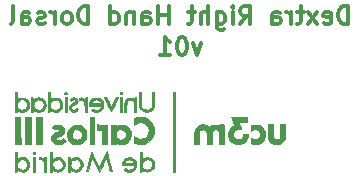
<source format=gbo>
G04 #@! TF.GenerationSoftware,KiCad,Pcbnew,(5.0.2)-1*
G04 #@! TF.CreationDate,2019-03-03T20:13:30+01:00*
G04 #@! TF.ProjectId,DorsalTPMG90,446f7273-616c-4545-904d-4739302e6b69,v01*
G04 #@! TF.SameCoordinates,Original*
G04 #@! TF.FileFunction,Legend,Bot*
G04 #@! TF.FilePolarity,Positive*
%FSLAX46Y46*%
G04 Gerber Fmt 4.6, Leading zero omitted, Abs format (unit mm)*
G04 Created by KiCad (PCBNEW (5.0.2)-1) date 03/03/2019 20:13:30*
%MOMM*%
%LPD*%
G01*
G04 APERTURE LIST*
%ADD10C,0.375000*%
%ADD11C,0.010000*%
G04 APERTURE END LIST*
D10*
X180314285Y-111766071D02*
X180314285Y-110266071D01*
X179957142Y-110266071D01*
X179742857Y-110337500D01*
X179600000Y-110480357D01*
X179528571Y-110623214D01*
X179457142Y-110908928D01*
X179457142Y-111123214D01*
X179528571Y-111408928D01*
X179600000Y-111551785D01*
X179742857Y-111694642D01*
X179957142Y-111766071D01*
X180314285Y-111766071D01*
X178242857Y-111694642D02*
X178385714Y-111766071D01*
X178671428Y-111766071D01*
X178814285Y-111694642D01*
X178885714Y-111551785D01*
X178885714Y-110980357D01*
X178814285Y-110837500D01*
X178671428Y-110766071D01*
X178385714Y-110766071D01*
X178242857Y-110837500D01*
X178171428Y-110980357D01*
X178171428Y-111123214D01*
X178885714Y-111266071D01*
X177671428Y-111766071D02*
X176885714Y-110766071D01*
X177671428Y-110766071D02*
X176885714Y-111766071D01*
X176528571Y-110766071D02*
X175957142Y-110766071D01*
X176314285Y-110266071D02*
X176314285Y-111551785D01*
X176242857Y-111694642D01*
X176100000Y-111766071D01*
X175957142Y-111766071D01*
X175457142Y-111766071D02*
X175457142Y-110766071D01*
X175457142Y-111051785D02*
X175385714Y-110908928D01*
X175314285Y-110837500D01*
X175171428Y-110766071D01*
X175028571Y-110766071D01*
X173885714Y-111766071D02*
X173885714Y-110980357D01*
X173957142Y-110837500D01*
X174100000Y-110766071D01*
X174385714Y-110766071D01*
X174528571Y-110837500D01*
X173885714Y-111694642D02*
X174028571Y-111766071D01*
X174385714Y-111766071D01*
X174528571Y-111694642D01*
X174600000Y-111551785D01*
X174600000Y-111408928D01*
X174528571Y-111266071D01*
X174385714Y-111194642D01*
X174028571Y-111194642D01*
X173885714Y-111123214D01*
X171171428Y-111766071D02*
X171671428Y-111051785D01*
X172028571Y-111766071D02*
X172028571Y-110266071D01*
X171457142Y-110266071D01*
X171314285Y-110337500D01*
X171242857Y-110408928D01*
X171171428Y-110551785D01*
X171171428Y-110766071D01*
X171242857Y-110908928D01*
X171314285Y-110980357D01*
X171457142Y-111051785D01*
X172028571Y-111051785D01*
X170528571Y-111766071D02*
X170528571Y-110766071D01*
X170528571Y-110266071D02*
X170600000Y-110337500D01*
X170528571Y-110408928D01*
X170457142Y-110337500D01*
X170528571Y-110266071D01*
X170528571Y-110408928D01*
X169171428Y-110766071D02*
X169171428Y-111980357D01*
X169242857Y-112123214D01*
X169314285Y-112194642D01*
X169457142Y-112266071D01*
X169671428Y-112266071D01*
X169814285Y-112194642D01*
X169171428Y-111694642D02*
X169314285Y-111766071D01*
X169600000Y-111766071D01*
X169742857Y-111694642D01*
X169814285Y-111623214D01*
X169885714Y-111480357D01*
X169885714Y-111051785D01*
X169814285Y-110908928D01*
X169742857Y-110837500D01*
X169600000Y-110766071D01*
X169314285Y-110766071D01*
X169171428Y-110837500D01*
X168457142Y-111766071D02*
X168457142Y-110266071D01*
X167814285Y-111766071D02*
X167814285Y-110980357D01*
X167885714Y-110837500D01*
X168028571Y-110766071D01*
X168242857Y-110766071D01*
X168385714Y-110837500D01*
X168457142Y-110908928D01*
X167314285Y-110766071D02*
X166742857Y-110766071D01*
X167100000Y-110266071D02*
X167100000Y-111551785D01*
X167028571Y-111694642D01*
X166885714Y-111766071D01*
X166742857Y-111766071D01*
X165100000Y-111766071D02*
X165100000Y-110266071D01*
X165100000Y-110980357D02*
X164242857Y-110980357D01*
X164242857Y-111766071D02*
X164242857Y-110266071D01*
X162885714Y-111766071D02*
X162885714Y-110980357D01*
X162957142Y-110837500D01*
X163100000Y-110766071D01*
X163385714Y-110766071D01*
X163528571Y-110837500D01*
X162885714Y-111694642D02*
X163028571Y-111766071D01*
X163385714Y-111766071D01*
X163528571Y-111694642D01*
X163600000Y-111551785D01*
X163600000Y-111408928D01*
X163528571Y-111266071D01*
X163385714Y-111194642D01*
X163028571Y-111194642D01*
X162885714Y-111123214D01*
X162171428Y-110766071D02*
X162171428Y-111766071D01*
X162171428Y-110908928D02*
X162100000Y-110837500D01*
X161957142Y-110766071D01*
X161742857Y-110766071D01*
X161600000Y-110837500D01*
X161528571Y-110980357D01*
X161528571Y-111766071D01*
X160171428Y-111766071D02*
X160171428Y-110266071D01*
X160171428Y-111694642D02*
X160314285Y-111766071D01*
X160600000Y-111766071D01*
X160742857Y-111694642D01*
X160814285Y-111623214D01*
X160885714Y-111480357D01*
X160885714Y-111051785D01*
X160814285Y-110908928D01*
X160742857Y-110837500D01*
X160600000Y-110766071D01*
X160314285Y-110766071D01*
X160171428Y-110837500D01*
X158314285Y-111766071D02*
X158314285Y-110266071D01*
X157957142Y-110266071D01*
X157742857Y-110337500D01*
X157600000Y-110480357D01*
X157528571Y-110623214D01*
X157457142Y-110908928D01*
X157457142Y-111123214D01*
X157528571Y-111408928D01*
X157600000Y-111551785D01*
X157742857Y-111694642D01*
X157957142Y-111766071D01*
X158314285Y-111766071D01*
X156600000Y-111766071D02*
X156742857Y-111694642D01*
X156814285Y-111623214D01*
X156885714Y-111480357D01*
X156885714Y-111051785D01*
X156814285Y-110908928D01*
X156742857Y-110837500D01*
X156600000Y-110766071D01*
X156385714Y-110766071D01*
X156242857Y-110837500D01*
X156171428Y-110908928D01*
X156100000Y-111051785D01*
X156100000Y-111480357D01*
X156171428Y-111623214D01*
X156242857Y-111694642D01*
X156385714Y-111766071D01*
X156600000Y-111766071D01*
X155457142Y-111766071D02*
X155457142Y-110766071D01*
X155457142Y-111051785D02*
X155385714Y-110908928D01*
X155314285Y-110837500D01*
X155171428Y-110766071D01*
X155028571Y-110766071D01*
X154600000Y-111694642D02*
X154457142Y-111766071D01*
X154171428Y-111766071D01*
X154028571Y-111694642D01*
X153957142Y-111551785D01*
X153957142Y-111480357D01*
X154028571Y-111337500D01*
X154171428Y-111266071D01*
X154385714Y-111266071D01*
X154528571Y-111194642D01*
X154600000Y-111051785D01*
X154600000Y-110980357D01*
X154528571Y-110837500D01*
X154385714Y-110766071D01*
X154171428Y-110766071D01*
X154028571Y-110837500D01*
X152671428Y-111766071D02*
X152671428Y-110980357D01*
X152742857Y-110837500D01*
X152885714Y-110766071D01*
X153171428Y-110766071D01*
X153314285Y-110837500D01*
X152671428Y-111694642D02*
X152814285Y-111766071D01*
X153171428Y-111766071D01*
X153314285Y-111694642D01*
X153385714Y-111551785D01*
X153385714Y-111408928D01*
X153314285Y-111266071D01*
X153171428Y-111194642D01*
X152814285Y-111194642D01*
X152671428Y-111123214D01*
X151742857Y-111766071D02*
X151885714Y-111694642D01*
X151957142Y-111551785D01*
X151957142Y-110266071D01*
X167885714Y-113391071D02*
X167528571Y-114391071D01*
X167171428Y-113391071D01*
X166314285Y-112891071D02*
X166171428Y-112891071D01*
X166028571Y-112962500D01*
X165957142Y-113033928D01*
X165885714Y-113176785D01*
X165814285Y-113462500D01*
X165814285Y-113819642D01*
X165885714Y-114105357D01*
X165957142Y-114248214D01*
X166028571Y-114319642D01*
X166171428Y-114391071D01*
X166314285Y-114391071D01*
X166457142Y-114319642D01*
X166528571Y-114248214D01*
X166600000Y-114105357D01*
X166671428Y-113819642D01*
X166671428Y-113462500D01*
X166600000Y-113176785D01*
X166528571Y-113033928D01*
X166457142Y-112962500D01*
X166314285Y-112891071D01*
X164385714Y-114391071D02*
X165242857Y-114391071D01*
X164814285Y-114391071D02*
X164814285Y-112891071D01*
X164957142Y-113105357D01*
X165100000Y-113248214D01*
X165242857Y-113319642D01*
D11*
G04 #@! TO.C,G\002A\002A\002A*
G36*
X156375283Y-117540360D02*
X156312552Y-117568183D01*
X156280635Y-117619033D01*
X156288721Y-117677384D01*
X156291432Y-117682010D01*
X156340563Y-117721462D01*
X156406841Y-117734161D01*
X156465453Y-117716314D01*
X156473069Y-117709771D01*
X156503118Y-117652089D01*
X156492697Y-117594817D01*
X156450156Y-117552420D01*
X156383842Y-117539359D01*
X156375283Y-117540360D01*
X156375283Y-117540360D01*
G37*
X156375283Y-117540360D02*
X156312552Y-117568183D01*
X156280635Y-117619033D01*
X156288721Y-117677384D01*
X156291432Y-117682010D01*
X156340563Y-117721462D01*
X156406841Y-117734161D01*
X156465453Y-117716314D01*
X156473069Y-117709771D01*
X156503118Y-117652089D01*
X156492697Y-117594817D01*
X156450156Y-117552420D01*
X156383842Y-117539359D01*
X156375283Y-117540360D01*
G36*
X161017057Y-117552591D02*
X160992621Y-117574775D01*
X160987752Y-117630793D01*
X160987740Y-117637560D01*
X160992425Y-117697901D01*
X161016145Y-117724625D01*
X161070465Y-117734432D01*
X161140969Y-117729385D01*
X161167724Y-117704529D01*
X161176020Y-117649542D01*
X161173899Y-117607657D01*
X161159048Y-117566982D01*
X161119808Y-117550712D01*
X161076640Y-117548660D01*
X161017057Y-117552591D01*
X161017057Y-117552591D01*
G37*
X161017057Y-117552591D02*
X160992621Y-117574775D01*
X160987752Y-117630793D01*
X160987740Y-117637560D01*
X160992425Y-117697901D01*
X161016145Y-117724625D01*
X161070465Y-117734432D01*
X161140969Y-117729385D01*
X161167724Y-117704529D01*
X161176020Y-117649542D01*
X161173899Y-117607657D01*
X161159048Y-117566982D01*
X161119808Y-117550712D01*
X161076640Y-117548660D01*
X161017057Y-117552591D01*
G36*
X160226595Y-118814910D02*
X160024621Y-118391335D01*
X159953445Y-118242530D01*
X159899943Y-118133430D01*
X159859953Y-118057873D01*
X159829312Y-118009698D01*
X159803856Y-117982744D01*
X159779422Y-117970848D01*
X159751848Y-117967848D01*
X159738444Y-117967760D01*
X159681569Y-117973954D01*
X159654586Y-117989081D01*
X159654240Y-117991205D01*
X159664763Y-118019826D01*
X159693920Y-118086502D01*
X159738095Y-118183618D01*
X159793672Y-118303560D01*
X159857034Y-118438715D01*
X159924565Y-118581469D01*
X159992648Y-118724207D01*
X160057668Y-118859317D01*
X160116008Y-118979185D01*
X160164051Y-119076196D01*
X160198181Y-119142737D01*
X160214623Y-119171022D01*
X160230501Y-119155142D01*
X160265128Y-119099082D01*
X160315430Y-119008538D01*
X160378335Y-118889205D01*
X160450770Y-118746776D01*
X160528573Y-118589185D01*
X160606919Y-118427951D01*
X160677404Y-118282286D01*
X160737124Y-118158247D01*
X160783172Y-118061886D01*
X160812642Y-117999258D01*
X160822640Y-117976473D01*
X160800261Y-117970731D01*
X160745180Y-117967841D01*
X160732916Y-117967760D01*
X160643191Y-117967760D01*
X160226595Y-118814910D01*
X160226595Y-118814910D01*
G37*
X160226595Y-118814910D02*
X160024621Y-118391335D01*
X159953445Y-118242530D01*
X159899943Y-118133430D01*
X159859953Y-118057873D01*
X159829312Y-118009698D01*
X159803856Y-117982744D01*
X159779422Y-117970848D01*
X159751848Y-117967848D01*
X159738444Y-117967760D01*
X159681569Y-117973954D01*
X159654586Y-117989081D01*
X159654240Y-117991205D01*
X159664763Y-118019826D01*
X159693920Y-118086502D01*
X159738095Y-118183618D01*
X159793672Y-118303560D01*
X159857034Y-118438715D01*
X159924565Y-118581469D01*
X159992648Y-118724207D01*
X160057668Y-118859317D01*
X160116008Y-118979185D01*
X160164051Y-119076196D01*
X160198181Y-119142737D01*
X160214623Y-119171022D01*
X160230501Y-119155142D01*
X160265128Y-119099082D01*
X160315430Y-119008538D01*
X160378335Y-118889205D01*
X160450770Y-118746776D01*
X160528573Y-118589185D01*
X160606919Y-118427951D01*
X160677404Y-118282286D01*
X160737124Y-118158247D01*
X160783172Y-118061886D01*
X160812642Y-117999258D01*
X160822640Y-117976473D01*
X160800261Y-117970731D01*
X160745180Y-117967841D01*
X160732916Y-117967760D01*
X160643191Y-117967760D01*
X160226595Y-118814910D01*
G36*
X152097740Y-119199660D02*
X152167590Y-119207697D01*
X152213569Y-119208480D01*
X152233134Y-119187253D01*
X152237423Y-119130357D01*
X152237440Y-119122049D01*
X152239157Y-119061771D01*
X152250468Y-119043920D01*
X152280617Y-119060120D01*
X152294590Y-119070277D01*
X152444355Y-119151615D01*
X152613341Y-119195992D01*
X152785184Y-119200305D01*
X152884265Y-119181983D01*
X152980809Y-119135824D01*
X153082655Y-119056397D01*
X153176215Y-118957589D01*
X153247902Y-118853288D01*
X153279687Y-118777816D01*
X153301782Y-118606159D01*
X153300850Y-118599563D01*
X153125634Y-118599563D01*
X153109166Y-118725694D01*
X153064391Y-118835720D01*
X153053678Y-118851932D01*
X152956049Y-118947803D01*
X152831272Y-119009483D01*
X152692796Y-119033317D01*
X152554069Y-119015653D01*
X152509675Y-118999733D01*
X152395648Y-118925606D01*
X152310982Y-118811809D01*
X152275587Y-118729893D01*
X152250227Y-118616833D01*
X152260901Y-118508671D01*
X152309685Y-118388980D01*
X152321405Y-118367230D01*
X152396614Y-118276469D01*
X152502498Y-118205498D01*
X152621863Y-118162836D01*
X152737517Y-118157003D01*
X152743712Y-118157968D01*
X152883828Y-118206345D01*
X153006537Y-118297188D01*
X153070911Y-118374764D01*
X153113110Y-118476271D01*
X153125634Y-118599563D01*
X153300850Y-118599563D01*
X153278148Y-118438976D01*
X153212363Y-118285606D01*
X153108004Y-118155389D01*
X153013461Y-118082731D01*
X152944125Y-118043242D01*
X152882751Y-118020118D01*
X152811077Y-118009100D01*
X152710844Y-118005928D01*
X152683932Y-118005860D01*
X152574869Y-118007961D01*
X152499296Y-118016832D01*
X152439991Y-118036320D01*
X152379726Y-118070274D01*
X152371295Y-118075710D01*
X152307309Y-118115746D01*
X152262307Y-118141016D01*
X152250645Y-118145560D01*
X152245643Y-118121764D01*
X152241510Y-118056787D01*
X152238647Y-117960249D01*
X152237453Y-117841765D01*
X152237440Y-117828060D01*
X152237440Y-117510560D01*
X152084356Y-117510560D01*
X152097740Y-119199660D01*
X152097740Y-119199660D01*
G37*
X152097740Y-119199660D02*
X152167590Y-119207697D01*
X152213569Y-119208480D01*
X152233134Y-119187253D01*
X152237423Y-119130357D01*
X152237440Y-119122049D01*
X152239157Y-119061771D01*
X152250468Y-119043920D01*
X152280617Y-119060120D01*
X152294590Y-119070277D01*
X152444355Y-119151615D01*
X152613341Y-119195992D01*
X152785184Y-119200305D01*
X152884265Y-119181983D01*
X152980809Y-119135824D01*
X153082655Y-119056397D01*
X153176215Y-118957589D01*
X153247902Y-118853288D01*
X153279687Y-118777816D01*
X153301782Y-118606159D01*
X153300850Y-118599563D01*
X153125634Y-118599563D01*
X153109166Y-118725694D01*
X153064391Y-118835720D01*
X153053678Y-118851932D01*
X152956049Y-118947803D01*
X152831272Y-119009483D01*
X152692796Y-119033317D01*
X152554069Y-119015653D01*
X152509675Y-118999733D01*
X152395648Y-118925606D01*
X152310982Y-118811809D01*
X152275587Y-118729893D01*
X152250227Y-118616833D01*
X152260901Y-118508671D01*
X152309685Y-118388980D01*
X152321405Y-118367230D01*
X152396614Y-118276469D01*
X152502498Y-118205498D01*
X152621863Y-118162836D01*
X152737517Y-118157003D01*
X152743712Y-118157968D01*
X152883828Y-118206345D01*
X153006537Y-118297188D01*
X153070911Y-118374764D01*
X153113110Y-118476271D01*
X153125634Y-118599563D01*
X153300850Y-118599563D01*
X153278148Y-118438976D01*
X153212363Y-118285606D01*
X153108004Y-118155389D01*
X153013461Y-118082731D01*
X152944125Y-118043242D01*
X152882751Y-118020118D01*
X152811077Y-118009100D01*
X152710844Y-118005928D01*
X152683932Y-118005860D01*
X152574869Y-118007961D01*
X152499296Y-118016832D01*
X152439991Y-118036320D01*
X152379726Y-118070274D01*
X152371295Y-118075710D01*
X152307309Y-118115746D01*
X152262307Y-118141016D01*
X152250645Y-118145560D01*
X152245643Y-118121764D01*
X152241510Y-118056787D01*
X152238647Y-117960249D01*
X152237453Y-117841765D01*
X152237440Y-117828060D01*
X152237440Y-117510560D01*
X152084356Y-117510560D01*
X152097740Y-119199660D01*
G36*
X153487931Y-118596410D02*
X153494740Y-119199660D01*
X153570940Y-119199660D01*
X153624805Y-119193010D01*
X153648084Y-119162494D01*
X153654968Y-119118878D01*
X153662795Y-119038096D01*
X153753228Y-119099465D01*
X153909715Y-119177411D01*
X154076348Y-119209146D01*
X154243659Y-119193345D01*
X154301242Y-119176120D01*
X154456264Y-119095859D01*
X154576400Y-118980813D01*
X154658018Y-118836241D01*
X154697491Y-118667404D01*
X154699120Y-118631594D01*
X154543785Y-118631594D01*
X154510716Y-118746421D01*
X154509528Y-118749279D01*
X154431315Y-118878721D01*
X154324995Y-118971578D01*
X154199150Y-119024771D01*
X154062363Y-119035220D01*
X153923217Y-118999847D01*
X153876258Y-118976474D01*
X153769017Y-118889176D01*
X153697834Y-118775988D01*
X153663713Y-118647694D01*
X153667662Y-118515077D01*
X153710686Y-118388922D01*
X153793792Y-118280013D01*
X153809942Y-118265692D01*
X153935162Y-118189871D01*
X154069805Y-118158450D01*
X154204177Y-118169444D01*
X154328581Y-118220869D01*
X154433321Y-118310740D01*
X154494963Y-118405903D01*
X154538814Y-118524686D01*
X154543785Y-118631594D01*
X154699120Y-118631594D01*
X154700683Y-118597254D01*
X154677817Y-118418418D01*
X154613554Y-118265055D01*
X154512403Y-118141686D01*
X154378874Y-118052834D01*
X154217475Y-118003018D01*
X154098806Y-117993717D01*
X153992859Y-118003534D01*
X153886538Y-118028795D01*
X153795351Y-118064367D01*
X153734806Y-118105112D01*
X153724975Y-118117515D01*
X153693763Y-118145319D01*
X153669628Y-118127698D01*
X153659841Y-118070027D01*
X153659840Y-118069360D01*
X153654925Y-118018255D01*
X153629928Y-117997225D01*
X153570481Y-117993160D01*
X153481121Y-117993160D01*
X153487931Y-118596410D01*
X153487931Y-118596410D01*
G37*
X153487931Y-118596410D02*
X153494740Y-119199660D01*
X153570940Y-119199660D01*
X153624805Y-119193010D01*
X153648084Y-119162494D01*
X153654968Y-119118878D01*
X153662795Y-119038096D01*
X153753228Y-119099465D01*
X153909715Y-119177411D01*
X154076348Y-119209146D01*
X154243659Y-119193345D01*
X154301242Y-119176120D01*
X154456264Y-119095859D01*
X154576400Y-118980813D01*
X154658018Y-118836241D01*
X154697491Y-118667404D01*
X154699120Y-118631594D01*
X154543785Y-118631594D01*
X154510716Y-118746421D01*
X154509528Y-118749279D01*
X154431315Y-118878721D01*
X154324995Y-118971578D01*
X154199150Y-119024771D01*
X154062363Y-119035220D01*
X153923217Y-118999847D01*
X153876258Y-118976474D01*
X153769017Y-118889176D01*
X153697834Y-118775988D01*
X153663713Y-118647694D01*
X153667662Y-118515077D01*
X153710686Y-118388922D01*
X153793792Y-118280013D01*
X153809942Y-118265692D01*
X153935162Y-118189871D01*
X154069805Y-118158450D01*
X154204177Y-118169444D01*
X154328581Y-118220869D01*
X154433321Y-118310740D01*
X154494963Y-118405903D01*
X154538814Y-118524686D01*
X154543785Y-118631594D01*
X154699120Y-118631594D01*
X154700683Y-118597254D01*
X154677817Y-118418418D01*
X154613554Y-118265055D01*
X154512403Y-118141686D01*
X154378874Y-118052834D01*
X154217475Y-118003018D01*
X154098806Y-117993717D01*
X153992859Y-118003534D01*
X153886538Y-118028795D01*
X153795351Y-118064367D01*
X153734806Y-118105112D01*
X153724975Y-118117515D01*
X153693763Y-118145319D01*
X153669628Y-118127698D01*
X153659841Y-118070027D01*
X153659840Y-118069360D01*
X153654925Y-118018255D01*
X153629928Y-117997225D01*
X153570481Y-117993160D01*
X153481121Y-117993160D01*
X153487931Y-118596410D01*
G36*
X154974290Y-117515300D02*
X154891740Y-117523260D01*
X154891740Y-119199660D01*
X154967940Y-119199660D01*
X155021854Y-119192986D01*
X155045122Y-119162391D01*
X155051954Y-119119068D01*
X155059767Y-119038477D01*
X155182689Y-119114890D01*
X155300335Y-119168350D01*
X155436029Y-119200029D01*
X155569355Y-119206753D01*
X155666605Y-119190139D01*
X155832686Y-119112276D01*
X155963678Y-119002433D01*
X156056256Y-118866667D01*
X156107092Y-118711037D01*
X156112229Y-118560142D01*
X155939567Y-118560142D01*
X155928423Y-118702181D01*
X155876939Y-118826035D01*
X155793120Y-118926212D01*
X155684971Y-118997223D01*
X155560499Y-119033577D01*
X155427708Y-119029785D01*
X155312647Y-118990070D01*
X155242053Y-118941671D01*
X155169534Y-118873603D01*
X155147970Y-118848575D01*
X155101369Y-118781963D01*
X155078093Y-118718502D01*
X155070653Y-118634660D01*
X155070387Y-118604780D01*
X155090367Y-118462193D01*
X155145193Y-118346727D01*
X155227196Y-118258778D01*
X155328706Y-118198738D01*
X155442053Y-118167003D01*
X155559568Y-118163965D01*
X155673580Y-118190019D01*
X155776421Y-118245558D01*
X155860420Y-118330977D01*
X155917907Y-118446669D01*
X155939567Y-118560142D01*
X156112229Y-118560142D01*
X156112861Y-118541600D01*
X156089083Y-118420687D01*
X156024154Y-118280401D01*
X155921294Y-118155562D01*
X155793348Y-118060055D01*
X155726338Y-118028534D01*
X155588551Y-117997079D01*
X155438074Y-117997017D01*
X155294299Y-118026616D01*
X155187346Y-118076725D01*
X155124553Y-118116644D01*
X155080721Y-118141485D01*
X155070085Y-118145560D01*
X155065079Y-118121759D01*
X155060940Y-118056755D01*
X155058066Y-117960139D01*
X155056855Y-117841506D01*
X155056840Y-117826450D01*
X155056840Y-117507341D01*
X154974290Y-117515300D01*
X154974290Y-117515300D01*
G37*
X154974290Y-117515300D02*
X154891740Y-117523260D01*
X154891740Y-119199660D01*
X154967940Y-119199660D01*
X155021854Y-119192986D01*
X155045122Y-119162391D01*
X155051954Y-119119068D01*
X155059767Y-119038477D01*
X155182689Y-119114890D01*
X155300335Y-119168350D01*
X155436029Y-119200029D01*
X155569355Y-119206753D01*
X155666605Y-119190139D01*
X155832686Y-119112276D01*
X155963678Y-119002433D01*
X156056256Y-118866667D01*
X156107092Y-118711037D01*
X156112229Y-118560142D01*
X155939567Y-118560142D01*
X155928423Y-118702181D01*
X155876939Y-118826035D01*
X155793120Y-118926212D01*
X155684971Y-118997223D01*
X155560499Y-119033577D01*
X155427708Y-119029785D01*
X155312647Y-118990070D01*
X155242053Y-118941671D01*
X155169534Y-118873603D01*
X155147970Y-118848575D01*
X155101369Y-118781963D01*
X155078093Y-118718502D01*
X155070653Y-118634660D01*
X155070387Y-118604780D01*
X155090367Y-118462193D01*
X155145193Y-118346727D01*
X155227196Y-118258778D01*
X155328706Y-118198738D01*
X155442053Y-118167003D01*
X155559568Y-118163965D01*
X155673580Y-118190019D01*
X155776421Y-118245558D01*
X155860420Y-118330977D01*
X155917907Y-118446669D01*
X155939567Y-118560142D01*
X156112229Y-118560142D01*
X156112861Y-118541600D01*
X156089083Y-118420687D01*
X156024154Y-118280401D01*
X155921294Y-118155562D01*
X155793348Y-118060055D01*
X155726338Y-118028534D01*
X155588551Y-117997079D01*
X155438074Y-117997017D01*
X155294299Y-118026616D01*
X155187346Y-118076725D01*
X155124553Y-118116644D01*
X155080721Y-118141485D01*
X155070085Y-118145560D01*
X155065079Y-118121759D01*
X155060940Y-118056755D01*
X155058066Y-117960139D01*
X155056855Y-117841506D01*
X155056840Y-117826450D01*
X155056840Y-117507341D01*
X154974290Y-117515300D01*
G36*
X156301440Y-119212360D02*
X156479240Y-119212360D01*
X156479240Y-117993160D01*
X156301440Y-117993160D01*
X156301440Y-119212360D01*
X156301440Y-119212360D01*
G37*
X156301440Y-119212360D02*
X156479240Y-119212360D01*
X156479240Y-117993160D01*
X156301440Y-117993160D01*
X156301440Y-119212360D01*
G36*
X156922498Y-118013028D02*
X156822660Y-118073858D01*
X156772964Y-118133946D01*
X156748163Y-118179774D01*
X156758387Y-118208843D01*
X156794834Y-118235546D01*
X156842479Y-118261158D01*
X156876529Y-118253194D01*
X156908630Y-118224170D01*
X156993617Y-118166631D01*
X157082410Y-118154915D01*
X157152526Y-118181445D01*
X157205056Y-118231705D01*
X157213024Y-118286192D01*
X157175235Y-118346738D01*
X157090495Y-118415177D01*
X156957611Y-118493342D01*
X156945000Y-118500000D01*
X156821690Y-118571573D01*
X156739481Y-118638500D01*
X156690472Y-118709535D01*
X156666763Y-118793429D01*
X156664556Y-118810728D01*
X156676106Y-118930996D01*
X156735774Y-119044070D01*
X156838289Y-119142967D01*
X156924694Y-119182655D01*
X157036718Y-119201826D01*
X157152466Y-119197930D01*
X157206910Y-119185924D01*
X157262840Y-119156607D01*
X157328136Y-119105890D01*
X157389128Y-119046739D01*
X157432149Y-118992123D01*
X157444440Y-118960557D01*
X157423532Y-118936886D01*
X157373105Y-118909578D01*
X157371801Y-118909034D01*
X157322270Y-118893652D01*
X157283577Y-118902651D01*
X157235985Y-118942293D01*
X157221355Y-118956753D01*
X157130049Y-119019443D01*
X157033456Y-119036376D01*
X156941325Y-119007088D01*
X156897186Y-118972214D01*
X156846963Y-118909342D01*
X156832576Y-118851843D01*
X156856803Y-118794752D01*
X156922424Y-118733104D01*
X157032218Y-118661936D01*
X157088840Y-118629849D01*
X157221303Y-118551028D01*
X157311704Y-118481968D01*
X157366129Y-118416240D01*
X157390669Y-118347414D01*
X157393640Y-118307982D01*
X157372335Y-118182377D01*
X157310952Y-118085866D01*
X157213293Y-118021942D01*
X157083157Y-117994097D01*
X157051108Y-117993160D01*
X156922498Y-118013028D01*
X156922498Y-118013028D01*
G37*
X156922498Y-118013028D02*
X156822660Y-118073858D01*
X156772964Y-118133946D01*
X156748163Y-118179774D01*
X156758387Y-118208843D01*
X156794834Y-118235546D01*
X156842479Y-118261158D01*
X156876529Y-118253194D01*
X156908630Y-118224170D01*
X156993617Y-118166631D01*
X157082410Y-118154915D01*
X157152526Y-118181445D01*
X157205056Y-118231705D01*
X157213024Y-118286192D01*
X157175235Y-118346738D01*
X157090495Y-118415177D01*
X156957611Y-118493342D01*
X156945000Y-118500000D01*
X156821690Y-118571573D01*
X156739481Y-118638500D01*
X156690472Y-118709535D01*
X156666763Y-118793429D01*
X156664556Y-118810728D01*
X156676106Y-118930996D01*
X156735774Y-119044070D01*
X156838289Y-119142967D01*
X156924694Y-119182655D01*
X157036718Y-119201826D01*
X157152466Y-119197930D01*
X157206910Y-119185924D01*
X157262840Y-119156607D01*
X157328136Y-119105890D01*
X157389128Y-119046739D01*
X157432149Y-118992123D01*
X157444440Y-118960557D01*
X157423532Y-118936886D01*
X157373105Y-118909578D01*
X157371801Y-118909034D01*
X157322270Y-118893652D01*
X157283577Y-118902651D01*
X157235985Y-118942293D01*
X157221355Y-118956753D01*
X157130049Y-119019443D01*
X157033456Y-119036376D01*
X156941325Y-119007088D01*
X156897186Y-118972214D01*
X156846963Y-118909342D01*
X156832576Y-118851843D01*
X156856803Y-118794752D01*
X156922424Y-118733104D01*
X157032218Y-118661936D01*
X157088840Y-118629849D01*
X157221303Y-118551028D01*
X157311704Y-118481968D01*
X157366129Y-118416240D01*
X157390669Y-118347414D01*
X157393640Y-118307982D01*
X157372335Y-118182377D01*
X157310952Y-118085866D01*
X157213293Y-118021942D01*
X157083157Y-117994097D01*
X157051108Y-117993160D01*
X156922498Y-118013028D01*
G36*
X158019048Y-118004852D02*
X157998178Y-118044592D01*
X158000233Y-118075710D01*
X157991809Y-118092890D01*
X157953445Y-118085408D01*
X157879265Y-118051899D01*
X157863540Y-118043960D01*
X157771391Y-118010661D01*
X157671980Y-117993706D01*
X157654970Y-117993160D01*
X157586897Y-117995353D01*
X157555464Y-118009637D01*
X157546511Y-118047566D01*
X157546040Y-118082060D01*
X157546040Y-118170960D01*
X157671232Y-118170960D01*
X157757105Y-118176755D01*
X157819596Y-118201216D01*
X157885477Y-118254951D01*
X157887132Y-118256509D01*
X157935518Y-118305575D01*
X157963100Y-118349482D01*
X157976163Y-118405549D01*
X157980992Y-118491095D01*
X157981601Y-118516859D01*
X157984232Y-118610908D01*
X157987475Y-118687724D01*
X157990540Y-118729760D01*
X157993304Y-118771428D01*
X157996197Y-118849619D01*
X157998730Y-118950061D01*
X157999480Y-118990110D01*
X158003240Y-119212360D01*
X158155640Y-119212360D01*
X158155640Y-117993160D01*
X158079440Y-117993160D01*
X158019048Y-118004852D01*
X158019048Y-118004852D01*
G37*
X158019048Y-118004852D02*
X157998178Y-118044592D01*
X158000233Y-118075710D01*
X157991809Y-118092890D01*
X157953445Y-118085408D01*
X157879265Y-118051899D01*
X157863540Y-118043960D01*
X157771391Y-118010661D01*
X157671980Y-117993706D01*
X157654970Y-117993160D01*
X157586897Y-117995353D01*
X157555464Y-118009637D01*
X157546511Y-118047566D01*
X157546040Y-118082060D01*
X157546040Y-118170960D01*
X157671232Y-118170960D01*
X157757105Y-118176755D01*
X157819596Y-118201216D01*
X157885477Y-118254951D01*
X157887132Y-118256509D01*
X157935518Y-118305575D01*
X157963100Y-118349482D01*
X157976163Y-118405549D01*
X157980992Y-118491095D01*
X157981601Y-118516859D01*
X157984232Y-118610908D01*
X157987475Y-118687724D01*
X157990540Y-118729760D01*
X157993304Y-118771428D01*
X157996197Y-118849619D01*
X157998730Y-118950061D01*
X157999480Y-118990110D01*
X158003240Y-119212360D01*
X158155640Y-119212360D01*
X158155640Y-117993160D01*
X158079440Y-117993160D01*
X158019048Y-118004852D01*
G36*
X158816455Y-118013270D02*
X158698768Y-118054174D01*
X158565034Y-118142287D01*
X158458843Y-118263907D01*
X158387691Y-118407514D01*
X158359074Y-118561589D01*
X158358840Y-118576544D01*
X158358840Y-118678960D01*
X158879540Y-118678960D01*
X159083564Y-118680258D01*
X159237201Y-118684148D01*
X159340353Y-118690627D01*
X159392921Y-118699688D01*
X159400240Y-118705621D01*
X159381589Y-118769445D01*
X159333174Y-118846684D01*
X159266309Y-118920861D01*
X159233335Y-118948759D01*
X159111357Y-119011519D01*
X158973081Y-119032829D01*
X158833083Y-119011582D01*
X158766278Y-118984289D01*
X158699795Y-118951785D01*
X158661166Y-118941838D01*
X158633022Y-118953869D01*
X158606362Y-118978949D01*
X158574525Y-119022400D01*
X158579343Y-119060259D01*
X158624979Y-119100109D01*
X158694005Y-119138692D01*
X158822940Y-119183100D01*
X158971438Y-119201791D01*
X159113872Y-119192256D01*
X159151620Y-119183507D01*
X159247201Y-119138828D01*
X159350192Y-119062905D01*
X159444918Y-118969747D01*
X159515705Y-118873364D01*
X159530327Y-118845043D01*
X159570362Y-118700236D01*
X159571831Y-118541063D01*
X159560077Y-118487198D01*
X159400240Y-118487198D01*
X159376216Y-118491780D01*
X159309640Y-118495730D01*
X159208759Y-118498781D01*
X159081822Y-118500668D01*
X158968440Y-118501160D01*
X158826739Y-118500383D01*
X158704574Y-118498230D01*
X158610192Y-118494968D01*
X158551840Y-118490864D01*
X158536640Y-118487198D01*
X158552339Y-118440962D01*
X158591827Y-118375391D01*
X158643695Y-118307781D01*
X158680423Y-118269273D01*
X158798459Y-118191085D01*
X158929969Y-118155958D01*
X159063753Y-118164209D01*
X159188610Y-118216153D01*
X159238492Y-118253510D01*
X159300251Y-118317196D01*
X159354886Y-118389388D01*
X159391381Y-118454169D01*
X159400240Y-118487198D01*
X159560077Y-118487198D01*
X159537325Y-118382939D01*
X159469434Y-118241278D01*
X159417714Y-118174795D01*
X159294215Y-118077718D01*
X159145093Y-118017138D01*
X158981966Y-117995006D01*
X158816455Y-118013270D01*
X158816455Y-118013270D01*
G37*
X158816455Y-118013270D02*
X158698768Y-118054174D01*
X158565034Y-118142287D01*
X158458843Y-118263907D01*
X158387691Y-118407514D01*
X158359074Y-118561589D01*
X158358840Y-118576544D01*
X158358840Y-118678960D01*
X158879540Y-118678960D01*
X159083564Y-118680258D01*
X159237201Y-118684148D01*
X159340353Y-118690627D01*
X159392921Y-118699688D01*
X159400240Y-118705621D01*
X159381589Y-118769445D01*
X159333174Y-118846684D01*
X159266309Y-118920861D01*
X159233335Y-118948759D01*
X159111357Y-119011519D01*
X158973081Y-119032829D01*
X158833083Y-119011582D01*
X158766278Y-118984289D01*
X158699795Y-118951785D01*
X158661166Y-118941838D01*
X158633022Y-118953869D01*
X158606362Y-118978949D01*
X158574525Y-119022400D01*
X158579343Y-119060259D01*
X158624979Y-119100109D01*
X158694005Y-119138692D01*
X158822940Y-119183100D01*
X158971438Y-119201791D01*
X159113872Y-119192256D01*
X159151620Y-119183507D01*
X159247201Y-119138828D01*
X159350192Y-119062905D01*
X159444918Y-118969747D01*
X159515705Y-118873364D01*
X159530327Y-118845043D01*
X159570362Y-118700236D01*
X159571831Y-118541063D01*
X159560077Y-118487198D01*
X159400240Y-118487198D01*
X159376216Y-118491780D01*
X159309640Y-118495730D01*
X159208759Y-118498781D01*
X159081822Y-118500668D01*
X158968440Y-118501160D01*
X158826739Y-118500383D01*
X158704574Y-118498230D01*
X158610192Y-118494968D01*
X158551840Y-118490864D01*
X158536640Y-118487198D01*
X158552339Y-118440962D01*
X158591827Y-118375391D01*
X158643695Y-118307781D01*
X158680423Y-118269273D01*
X158798459Y-118191085D01*
X158929969Y-118155958D01*
X159063753Y-118164209D01*
X159188610Y-118216153D01*
X159238492Y-118253510D01*
X159300251Y-118317196D01*
X159354886Y-118389388D01*
X159391381Y-118454169D01*
X159400240Y-118487198D01*
X159560077Y-118487198D01*
X159537325Y-118382939D01*
X159469434Y-118241278D01*
X159417714Y-118174795D01*
X159294215Y-118077718D01*
X159145093Y-118017138D01*
X158981966Y-117995006D01*
X158816455Y-118013270D01*
G36*
X161000440Y-119212360D02*
X161152840Y-119212360D01*
X161152840Y-117993160D01*
X161000440Y-117993160D01*
X161000440Y-119212360D01*
X161000440Y-119212360D01*
G37*
X161000440Y-119212360D02*
X161152840Y-119212360D01*
X161152840Y-117993160D01*
X161000440Y-117993160D01*
X161000440Y-119212360D01*
G36*
X162196469Y-117998842D02*
X162171746Y-118021026D01*
X162168840Y-118043960D01*
X162168087Y-118076404D01*
X162158508Y-118089880D01*
X162129122Y-118084149D01*
X162068951Y-118058974D01*
X162028180Y-118040918D01*
X161878797Y-118000333D01*
X161731821Y-118007925D01*
X161595133Y-118061366D01*
X161476618Y-118158330D01*
X161429950Y-118217525D01*
X161407929Y-118252185D01*
X161391716Y-118288041D01*
X161380232Y-118333507D01*
X161372396Y-118397002D01*
X161367125Y-118486942D01*
X161363340Y-118611744D01*
X161360334Y-118759565D01*
X161351927Y-119212360D01*
X161533840Y-119212360D01*
X161533840Y-118804698D01*
X161535444Y-118625794D01*
X161541521Y-118490155D01*
X161553975Y-118390310D01*
X161574708Y-118318789D01*
X161605622Y-118268123D01*
X161648620Y-118230842D01*
X161685409Y-118209489D01*
X161783480Y-118179137D01*
X161894173Y-118174589D01*
X161992525Y-118196165D01*
X162011621Y-118205322D01*
X162067082Y-118249798D01*
X162118841Y-118311522D01*
X162119403Y-118312372D01*
X162138017Y-118345736D01*
X162151300Y-118386166D01*
X162160130Y-118442332D01*
X162165383Y-118522907D01*
X162167937Y-118636563D01*
X162168669Y-118791972D01*
X162168673Y-118799610D01*
X162168840Y-119212360D01*
X162346640Y-119212360D01*
X162346640Y-117993160D01*
X162257740Y-117993160D01*
X162196469Y-117998842D01*
X162196469Y-117998842D01*
G37*
X162196469Y-117998842D02*
X162171746Y-118021026D01*
X162168840Y-118043960D01*
X162168087Y-118076404D01*
X162158508Y-118089880D01*
X162129122Y-118084149D01*
X162068951Y-118058974D01*
X162028180Y-118040918D01*
X161878797Y-118000333D01*
X161731821Y-118007925D01*
X161595133Y-118061366D01*
X161476618Y-118158330D01*
X161429950Y-118217525D01*
X161407929Y-118252185D01*
X161391716Y-118288041D01*
X161380232Y-118333507D01*
X161372396Y-118397002D01*
X161367125Y-118486942D01*
X161363340Y-118611744D01*
X161360334Y-118759565D01*
X161351927Y-119212360D01*
X161533840Y-119212360D01*
X161533840Y-118804698D01*
X161535444Y-118625794D01*
X161541521Y-118490155D01*
X161553975Y-118390310D01*
X161574708Y-118318789D01*
X161605622Y-118268123D01*
X161648620Y-118230842D01*
X161685409Y-118209489D01*
X161783480Y-118179137D01*
X161894173Y-118174589D01*
X161992525Y-118196165D01*
X162011621Y-118205322D01*
X162067082Y-118249798D01*
X162118841Y-118311522D01*
X162119403Y-118312372D01*
X162138017Y-118345736D01*
X162151300Y-118386166D01*
X162160130Y-118442332D01*
X162165383Y-118522907D01*
X162167937Y-118636563D01*
X162168669Y-118791972D01*
X162168673Y-118799610D01*
X162168840Y-119212360D01*
X162346640Y-119212360D01*
X162346640Y-117993160D01*
X162257740Y-117993160D01*
X162196469Y-117998842D01*
G36*
X163718240Y-118099440D02*
X163717928Y-118284939D01*
X163716589Y-118427210D01*
X163713617Y-118533823D01*
X163708410Y-118612347D01*
X163700362Y-118670354D01*
X163688868Y-118715412D01*
X163673325Y-118755093D01*
X163664363Y-118774216D01*
X163582682Y-118894964D01*
X163472985Y-118974898D01*
X163332527Y-119015601D01*
X163235640Y-119021860D01*
X163076037Y-119003234D01*
X162948790Y-118946301D01*
X162851154Y-118849475D01*
X162806918Y-118774216D01*
X162789243Y-118734440D01*
X162775904Y-118692876D01*
X162766297Y-118641954D01*
X162759818Y-118574105D01*
X162755861Y-118481758D01*
X162753823Y-118357344D01*
X162753099Y-118193292D01*
X162753040Y-118099440D01*
X162753040Y-117535960D01*
X162575240Y-117535960D01*
X162575240Y-118077449D01*
X162576549Y-118293408D01*
X162581312Y-118465860D01*
X162590782Y-118602051D01*
X162606213Y-118709228D01*
X162628860Y-118794636D01*
X162659976Y-118865521D01*
X162700815Y-118929129D01*
X162728781Y-118964735D01*
X162860879Y-119086589D01*
X163016928Y-119166973D01*
X163188283Y-119203380D01*
X163366297Y-119193303D01*
X163446455Y-119172876D01*
X163565351Y-119114912D01*
X163685317Y-119020423D01*
X163691622Y-119014372D01*
X163751818Y-118951731D01*
X163799017Y-118889414D01*
X163834769Y-118820327D01*
X163860621Y-118737373D01*
X163878123Y-118633456D01*
X163888821Y-118501478D01*
X163894264Y-118334344D01*
X163896002Y-118124958D01*
X163896040Y-118077449D01*
X163896040Y-117535960D01*
X163718240Y-117535960D01*
X163718240Y-118099440D01*
X163718240Y-118099440D01*
G37*
X163718240Y-118099440D02*
X163717928Y-118284939D01*
X163716589Y-118427210D01*
X163713617Y-118533823D01*
X163708410Y-118612347D01*
X163700362Y-118670354D01*
X163688868Y-118715412D01*
X163673325Y-118755093D01*
X163664363Y-118774216D01*
X163582682Y-118894964D01*
X163472985Y-118974898D01*
X163332527Y-119015601D01*
X163235640Y-119021860D01*
X163076037Y-119003234D01*
X162948790Y-118946301D01*
X162851154Y-118849475D01*
X162806918Y-118774216D01*
X162789243Y-118734440D01*
X162775904Y-118692876D01*
X162766297Y-118641954D01*
X162759818Y-118574105D01*
X162755861Y-118481758D01*
X162753823Y-118357344D01*
X162753099Y-118193292D01*
X162753040Y-118099440D01*
X162753040Y-117535960D01*
X162575240Y-117535960D01*
X162575240Y-118077449D01*
X162576549Y-118293408D01*
X162581312Y-118465860D01*
X162590782Y-118602051D01*
X162606213Y-118709228D01*
X162628860Y-118794636D01*
X162659976Y-118865521D01*
X162700815Y-118929129D01*
X162728781Y-118964735D01*
X162860879Y-119086589D01*
X163016928Y-119166973D01*
X163188283Y-119203380D01*
X163366297Y-119193303D01*
X163446455Y-119172876D01*
X163565351Y-119114912D01*
X163685317Y-119020423D01*
X163691622Y-119014372D01*
X163751818Y-118951731D01*
X163799017Y-118889414D01*
X163834769Y-118820327D01*
X163860621Y-118737373D01*
X163878123Y-118633456D01*
X163888821Y-118501478D01*
X163894264Y-118334344D01*
X163896002Y-118124958D01*
X163896040Y-118077449D01*
X163896040Y-117535960D01*
X163718240Y-117535960D01*
X163718240Y-118099440D01*
G36*
X152059640Y-121955560D02*
X152568153Y-121955560D01*
X152561547Y-120793510D01*
X152554940Y-119631460D01*
X152059640Y-119616920D01*
X152059640Y-121955560D01*
X152059640Y-121955560D01*
G37*
X152059640Y-121955560D02*
X152568153Y-121955560D01*
X152561547Y-120793510D01*
X152554940Y-119631460D01*
X152059640Y-119616920D01*
X152059640Y-121955560D01*
G36*
X152974040Y-121955560D02*
X153216138Y-121955560D01*
X153343873Y-121952955D01*
X153425491Y-121944771D01*
X153465428Y-121930455D01*
X153470412Y-121923810D01*
X153472797Y-121892512D01*
X153474735Y-121815706D01*
X153476201Y-121698682D01*
X153477168Y-121546731D01*
X153477613Y-121365141D01*
X153477509Y-121159203D01*
X153476831Y-120934207D01*
X153475965Y-120761760D01*
X153469340Y-119631460D01*
X152974040Y-119616920D01*
X152974040Y-121955560D01*
X152974040Y-121955560D01*
G37*
X152974040Y-121955560D02*
X153216138Y-121955560D01*
X153343873Y-121952955D01*
X153425491Y-121944771D01*
X153465428Y-121930455D01*
X153470412Y-121923810D01*
X153472797Y-121892512D01*
X153474735Y-121815706D01*
X153476201Y-121698682D01*
X153477168Y-121546731D01*
X153477613Y-121365141D01*
X153477509Y-121159203D01*
X153476831Y-120934207D01*
X153475965Y-120761760D01*
X153469340Y-119631460D01*
X152974040Y-119616920D01*
X152974040Y-121955560D01*
G36*
X153888440Y-121955560D02*
X154371040Y-121955560D01*
X154371040Y-119618760D01*
X153888440Y-119618760D01*
X153888440Y-121955560D01*
X153888440Y-121955560D01*
G37*
X153888440Y-121955560D02*
X154371040Y-121955560D01*
X154371040Y-119618760D01*
X153888440Y-119618760D01*
X153888440Y-121955560D01*
G36*
X155570758Y-120313847D02*
X155441036Y-120347623D01*
X155329155Y-120395723D01*
X155251295Y-120452618D01*
X155249601Y-120454461D01*
X155231120Y-120481458D01*
X155234230Y-120509261D01*
X155264319Y-120549182D01*
X155323274Y-120609098D01*
X155385873Y-120668932D01*
X155424762Y-120697589D01*
X155452058Y-120699907D01*
X155479875Y-120680726D01*
X155486893Y-120674441D01*
X155543581Y-120642986D01*
X155623724Y-120620029D01*
X155650149Y-120616041D01*
X155723576Y-120611577D01*
X155767024Y-120624142D01*
X155800274Y-120660543D01*
X155806501Y-120669845D01*
X155831996Y-120732439D01*
X155818350Y-120788189D01*
X155762425Y-120840587D01*
X155661081Y-120893126D01*
X155575644Y-120926726D01*
X155404409Y-121004493D01*
X155279684Y-121096976D01*
X155198646Y-121206782D01*
X155163819Y-121306722D01*
X155150335Y-121386620D01*
X155145629Y-121450787D01*
X155146975Y-121468087D01*
X155158546Y-121525300D01*
X155170255Y-121581550D01*
X155210820Y-121671917D01*
X155288113Y-121763607D01*
X155389808Y-121844736D01*
X155503580Y-121903415D01*
X155504267Y-121903673D01*
X155640524Y-121939198D01*
X155787980Y-121952790D01*
X155923762Y-121943070D01*
X155971405Y-121931827D01*
X156127564Y-121864658D01*
X156269025Y-121767917D01*
X156295295Y-121744335D01*
X156378049Y-121665798D01*
X156272134Y-121557880D01*
X156166220Y-121449961D01*
X156092986Y-121511583D01*
X155996684Y-121573025D01*
X155891824Y-121608561D01*
X155787919Y-121619299D01*
X155694480Y-121606345D01*
X155621023Y-121570806D01*
X155577060Y-121513789D01*
X155569812Y-121450716D01*
X155578737Y-121416279D01*
X155601421Y-121385240D01*
X155644785Y-121353367D01*
X155715751Y-121316432D01*
X155821239Y-121270203D01*
X155952945Y-121216541D01*
X156095788Y-121149565D01*
X156193685Y-121078215D01*
X156252442Y-120995884D01*
X156277864Y-120895964D01*
X156279982Y-120844301D01*
X156256351Y-120676025D01*
X156191247Y-120533594D01*
X156089179Y-120421255D01*
X155954653Y-120343254D01*
X155792176Y-120303836D01*
X155702136Y-120299919D01*
X155570758Y-120313847D01*
X155570758Y-120313847D01*
G37*
X155570758Y-120313847D02*
X155441036Y-120347623D01*
X155329155Y-120395723D01*
X155251295Y-120452618D01*
X155249601Y-120454461D01*
X155231120Y-120481458D01*
X155234230Y-120509261D01*
X155264319Y-120549182D01*
X155323274Y-120609098D01*
X155385873Y-120668932D01*
X155424762Y-120697589D01*
X155452058Y-120699907D01*
X155479875Y-120680726D01*
X155486893Y-120674441D01*
X155543581Y-120642986D01*
X155623724Y-120620029D01*
X155650149Y-120616041D01*
X155723576Y-120611577D01*
X155767024Y-120624142D01*
X155800274Y-120660543D01*
X155806501Y-120669845D01*
X155831996Y-120732439D01*
X155818350Y-120788189D01*
X155762425Y-120840587D01*
X155661081Y-120893126D01*
X155575644Y-120926726D01*
X155404409Y-121004493D01*
X155279684Y-121096976D01*
X155198646Y-121206782D01*
X155163819Y-121306722D01*
X155150335Y-121386620D01*
X155145629Y-121450787D01*
X155146975Y-121468087D01*
X155158546Y-121525300D01*
X155170255Y-121581550D01*
X155210820Y-121671917D01*
X155288113Y-121763607D01*
X155389808Y-121844736D01*
X155503580Y-121903415D01*
X155504267Y-121903673D01*
X155640524Y-121939198D01*
X155787980Y-121952790D01*
X155923762Y-121943070D01*
X155971405Y-121931827D01*
X156127564Y-121864658D01*
X156269025Y-121767917D01*
X156295295Y-121744335D01*
X156378049Y-121665798D01*
X156272134Y-121557880D01*
X156166220Y-121449961D01*
X156092986Y-121511583D01*
X155996684Y-121573025D01*
X155891824Y-121608561D01*
X155787919Y-121619299D01*
X155694480Y-121606345D01*
X155621023Y-121570806D01*
X155577060Y-121513789D01*
X155569812Y-121450716D01*
X155578737Y-121416279D01*
X155601421Y-121385240D01*
X155644785Y-121353367D01*
X155715751Y-121316432D01*
X155821239Y-121270203D01*
X155952945Y-121216541D01*
X156095788Y-121149565D01*
X156193685Y-121078215D01*
X156252442Y-120995884D01*
X156277864Y-120895964D01*
X156279982Y-120844301D01*
X156256351Y-120676025D01*
X156191247Y-120533594D01*
X156089179Y-120421255D01*
X155954653Y-120343254D01*
X155792176Y-120303836D01*
X155702136Y-120299919D01*
X155570758Y-120313847D01*
G36*
X157139407Y-120318701D02*
X156968404Y-120380905D01*
X156810601Y-120481165D01*
X156672600Y-120619402D01*
X156575661Y-120766965D01*
X156546887Y-120829313D01*
X156529273Y-120894465D01*
X156520303Y-120977544D01*
X156517464Y-121093673D01*
X156517411Y-121117360D01*
X156525894Y-121289023D01*
X156555149Y-121426978D01*
X156610718Y-121545979D01*
X156698143Y-121660782D01*
X156737206Y-121702612D01*
X156872944Y-121810290D01*
X157037684Y-121890624D01*
X157216954Y-121939432D01*
X157396278Y-121952527D01*
X157534914Y-121933243D01*
X157699276Y-121867461D01*
X157852526Y-121762980D01*
X157984048Y-121630012D01*
X158083230Y-121478767D01*
X158129509Y-121361272D01*
X158152639Y-121213882D01*
X158150978Y-121118859D01*
X157774640Y-121118859D01*
X157752177Y-121262904D01*
X157690193Y-121385004D01*
X157596794Y-121479881D01*
X157480087Y-121542258D01*
X157348180Y-121566854D01*
X157209179Y-121548392D01*
X157149392Y-121525966D01*
X157066531Y-121474059D01*
X156988930Y-121403258D01*
X156971592Y-121382451D01*
X156928619Y-121317735D01*
X156906474Y-121254522D01*
X156898791Y-121170897D01*
X156898340Y-121130182D01*
X156918909Y-120973319D01*
X156978266Y-120847524D01*
X157072894Y-120756097D01*
X157199272Y-120702344D01*
X157353881Y-120689567D01*
X157366955Y-120690384D01*
X157513886Y-120723332D01*
X157633250Y-120795290D01*
X157719479Y-120900407D01*
X157767004Y-121032828D01*
X157774640Y-121118859D01*
X158150978Y-121118859D01*
X158149752Y-121048785D01*
X158122822Y-120887330D01*
X158073825Y-120750867D01*
X158072901Y-120749060D01*
X157961345Y-120581273D01*
X157823376Y-120452016D01*
X157665595Y-120361209D01*
X157494605Y-120308774D01*
X157317008Y-120294630D01*
X157139407Y-120318701D01*
X157139407Y-120318701D01*
G37*
X157139407Y-120318701D02*
X156968404Y-120380905D01*
X156810601Y-120481165D01*
X156672600Y-120619402D01*
X156575661Y-120766965D01*
X156546887Y-120829313D01*
X156529273Y-120894465D01*
X156520303Y-120977544D01*
X156517464Y-121093673D01*
X156517411Y-121117360D01*
X156525894Y-121289023D01*
X156555149Y-121426978D01*
X156610718Y-121545979D01*
X156698143Y-121660782D01*
X156737206Y-121702612D01*
X156872944Y-121810290D01*
X157037684Y-121890624D01*
X157216954Y-121939432D01*
X157396278Y-121952527D01*
X157534914Y-121933243D01*
X157699276Y-121867461D01*
X157852526Y-121762980D01*
X157984048Y-121630012D01*
X158083230Y-121478767D01*
X158129509Y-121361272D01*
X158152639Y-121213882D01*
X158150978Y-121118859D01*
X157774640Y-121118859D01*
X157752177Y-121262904D01*
X157690193Y-121385004D01*
X157596794Y-121479881D01*
X157480087Y-121542258D01*
X157348180Y-121566854D01*
X157209179Y-121548392D01*
X157149392Y-121525966D01*
X157066531Y-121474059D01*
X156988930Y-121403258D01*
X156971592Y-121382451D01*
X156928619Y-121317735D01*
X156906474Y-121254522D01*
X156898791Y-121170897D01*
X156898340Y-121130182D01*
X156918909Y-120973319D01*
X156978266Y-120847524D01*
X157072894Y-120756097D01*
X157199272Y-120702344D01*
X157353881Y-120689567D01*
X157366955Y-120690384D01*
X157513886Y-120723332D01*
X157633250Y-120795290D01*
X157719479Y-120900407D01*
X157767004Y-121032828D01*
X157774640Y-121118859D01*
X158150978Y-121118859D01*
X158149752Y-121048785D01*
X158122822Y-120887330D01*
X158073825Y-120750867D01*
X158072901Y-120749060D01*
X157961345Y-120581273D01*
X157823376Y-120452016D01*
X157665595Y-120361209D01*
X157494605Y-120308774D01*
X157317008Y-120294630D01*
X157139407Y-120318701D01*
G36*
X158409640Y-121955560D02*
X158816040Y-121955560D01*
X158816040Y-119644160D01*
X158409640Y-119644160D01*
X158409640Y-121955560D01*
X158409640Y-121955560D01*
G37*
X158409640Y-121955560D02*
X158816040Y-121955560D01*
X158816040Y-119644160D01*
X158409640Y-119644160D01*
X158409640Y-121955560D01*
G36*
X159070040Y-120731526D02*
X159169948Y-120718125D01*
X159266036Y-120723298D01*
X159357778Y-120758032D01*
X159428866Y-120813805D01*
X159460506Y-120869997D01*
X159465182Y-120912113D01*
X159469313Y-120996318D01*
X159472661Y-121113900D01*
X159474987Y-121256147D01*
X159476055Y-121414349D01*
X159476094Y-121441210D01*
X159476440Y-121955560D01*
X159908935Y-121955560D01*
X159902238Y-121123710D01*
X159895540Y-120291860D01*
X159696602Y-120284403D01*
X159595893Y-120281850D01*
X159534842Y-120284964D01*
X159502422Y-120295939D01*
X159487611Y-120316967D01*
X159484687Y-120326569D01*
X159471122Y-120358122D01*
X159443726Y-120361804D01*
X159391525Y-120342792D01*
X159315272Y-120318080D01*
X159221235Y-120296549D01*
X159190690Y-120291393D01*
X159070040Y-120273391D01*
X159070040Y-120731526D01*
X159070040Y-120731526D01*
G37*
X159070040Y-120731526D02*
X159169948Y-120718125D01*
X159266036Y-120723298D01*
X159357778Y-120758032D01*
X159428866Y-120813805D01*
X159460506Y-120869997D01*
X159465182Y-120912113D01*
X159469313Y-120996318D01*
X159472661Y-121113900D01*
X159474987Y-121256147D01*
X159476055Y-121414349D01*
X159476094Y-121441210D01*
X159476440Y-121955560D01*
X159908935Y-121955560D01*
X159902238Y-121123710D01*
X159895540Y-120291860D01*
X159696602Y-120284403D01*
X159595893Y-120281850D01*
X159534842Y-120284964D01*
X159502422Y-120295939D01*
X159487611Y-120316967D01*
X159484687Y-120326569D01*
X159471122Y-120358122D01*
X159443726Y-120361804D01*
X159391525Y-120342792D01*
X159315272Y-120318080D01*
X159221235Y-120296549D01*
X159190690Y-120291393D01*
X159070040Y-120273391D01*
X159070040Y-120731526D01*
G36*
X160288047Y-120295483D02*
X160276893Y-120302737D01*
X160268125Y-120321513D01*
X160261388Y-120356918D01*
X160256329Y-120414059D01*
X160252592Y-120498044D01*
X160249825Y-120613981D01*
X160247673Y-120766979D01*
X160245781Y-120962144D01*
X160244443Y-121124007D01*
X160237746Y-121955560D01*
X160428593Y-121955560D01*
X160526100Y-121954364D01*
X160583347Y-121948910D01*
X160610851Y-121936399D01*
X160619132Y-121914030D01*
X160619440Y-121904760D01*
X160621516Y-121873572D01*
X160634492Y-121859485D01*
X160668495Y-121862497D01*
X160733651Y-121882609D01*
X160797240Y-121904760D01*
X160988173Y-121947082D01*
X161183863Y-121945018D01*
X161349237Y-121905896D01*
X161508703Y-121833496D01*
X161634877Y-121739680D01*
X161698152Y-121672464D01*
X161809170Y-121504360D01*
X161877102Y-121320289D01*
X161900707Y-121133671D01*
X161514712Y-121133671D01*
X161489716Y-121263173D01*
X161423180Y-121386852D01*
X161364658Y-121452453D01*
X161243797Y-121536776D01*
X161112420Y-121571610D01*
X160972609Y-121556682D01*
X160872678Y-121517410D01*
X160752900Y-121432049D01*
X160670826Y-121321635D01*
X160628347Y-121195527D01*
X160627360Y-121063084D01*
X160669758Y-120933666D01*
X160735450Y-120839412D01*
X160835747Y-120748471D01*
X160940810Y-120700181D01*
X161066983Y-120688102D01*
X161113036Y-120690713D01*
X161254410Y-120724230D01*
X161368019Y-120793625D01*
X161451109Y-120890557D01*
X161500925Y-121006686D01*
X161514712Y-121133671D01*
X161900707Y-121133671D01*
X161901332Y-121128730D01*
X161881241Y-120938163D01*
X161816210Y-120757067D01*
X161770611Y-120678637D01*
X161636303Y-120517184D01*
X161478425Y-120399659D01*
X161300374Y-120326940D01*
X161105547Y-120299905D01*
X160897340Y-120319430D01*
X160679152Y-120386395D01*
X160663890Y-120392756D01*
X160629101Y-120396518D01*
X160619446Y-120359685D01*
X160619440Y-120358077D01*
X160613406Y-120326444D01*
X160587061Y-120309636D01*
X160528045Y-120302336D01*
X160486090Y-120300693D01*
X160399217Y-120298041D01*
X160326928Y-120295606D01*
X160301940Y-120294641D01*
X160288047Y-120295483D01*
X160288047Y-120295483D01*
G37*
X160288047Y-120295483D02*
X160276893Y-120302737D01*
X160268125Y-120321513D01*
X160261388Y-120356918D01*
X160256329Y-120414059D01*
X160252592Y-120498044D01*
X160249825Y-120613981D01*
X160247673Y-120766979D01*
X160245781Y-120962144D01*
X160244443Y-121124007D01*
X160237746Y-121955560D01*
X160428593Y-121955560D01*
X160526100Y-121954364D01*
X160583347Y-121948910D01*
X160610851Y-121936399D01*
X160619132Y-121914030D01*
X160619440Y-121904760D01*
X160621516Y-121873572D01*
X160634492Y-121859485D01*
X160668495Y-121862497D01*
X160733651Y-121882609D01*
X160797240Y-121904760D01*
X160988173Y-121947082D01*
X161183863Y-121945018D01*
X161349237Y-121905896D01*
X161508703Y-121833496D01*
X161634877Y-121739680D01*
X161698152Y-121672464D01*
X161809170Y-121504360D01*
X161877102Y-121320289D01*
X161900707Y-121133671D01*
X161514712Y-121133671D01*
X161489716Y-121263173D01*
X161423180Y-121386852D01*
X161364658Y-121452453D01*
X161243797Y-121536776D01*
X161112420Y-121571610D01*
X160972609Y-121556682D01*
X160872678Y-121517410D01*
X160752900Y-121432049D01*
X160670826Y-121321635D01*
X160628347Y-121195527D01*
X160627360Y-121063084D01*
X160669758Y-120933666D01*
X160735450Y-120839412D01*
X160835747Y-120748471D01*
X160940810Y-120700181D01*
X161066983Y-120688102D01*
X161113036Y-120690713D01*
X161254410Y-120724230D01*
X161368019Y-120793625D01*
X161451109Y-120890557D01*
X161500925Y-121006686D01*
X161514712Y-121133671D01*
X161900707Y-121133671D01*
X161901332Y-121128730D01*
X161881241Y-120938163D01*
X161816210Y-120757067D01*
X161770611Y-120678637D01*
X161636303Y-120517184D01*
X161478425Y-120399659D01*
X161300374Y-120326940D01*
X161105547Y-120299905D01*
X160897340Y-120319430D01*
X160679152Y-120386395D01*
X160663890Y-120392756D01*
X160629101Y-120396518D01*
X160619446Y-120359685D01*
X160619440Y-120358077D01*
X160613406Y-120326444D01*
X160587061Y-120309636D01*
X160528045Y-120302336D01*
X160486090Y-120300693D01*
X160399217Y-120298041D01*
X160326928Y-120295606D01*
X160301940Y-120294641D01*
X160288047Y-120295483D01*
G36*
X162544630Y-119654211D02*
X162379435Y-119686195D01*
X162264090Y-119724761D01*
X162194240Y-119751923D01*
X162194240Y-120313415D01*
X162251390Y-120261053D01*
X162396450Y-120160058D01*
X162557558Y-120101945D01*
X162726293Y-120085076D01*
X162894236Y-120107813D01*
X163052967Y-120168519D01*
X163194068Y-120265555D01*
X163309119Y-120397283D01*
X163354217Y-120475590D01*
X163414021Y-120649691D01*
X163429005Y-120829710D01*
X163399128Y-121004421D01*
X163356501Y-121108161D01*
X163249142Y-121262731D01*
X163109959Y-121382209D01*
X162946584Y-121461888D01*
X162766645Y-121497060D01*
X162724069Y-121498360D01*
X162617718Y-121487203D01*
X162501349Y-121457774D01*
X162392460Y-121416135D01*
X162308550Y-121368350D01*
X162282659Y-121345427D01*
X162241070Y-121307817D01*
X162214844Y-121295160D01*
X162206407Y-121318808D01*
X162200805Y-121382850D01*
X162198612Y-121476930D01*
X162199731Y-121568210D01*
X162206940Y-121841260D01*
X162346640Y-121888082D01*
X162490333Y-121922884D01*
X162655106Y-121941986D01*
X162820006Y-121944294D01*
X162964080Y-121928713D01*
X162994340Y-121921907D01*
X163215081Y-121839680D01*
X163416137Y-121713874D01*
X163590828Y-121550017D01*
X163732477Y-121353635D01*
X163773664Y-121276918D01*
X163813428Y-121190920D01*
X163838960Y-121116934D01*
X163854012Y-121037661D01*
X163862336Y-120935802D01*
X163865820Y-120852130D01*
X163867679Y-120709438D01*
X163860734Y-120599197D01*
X163843236Y-120503554D01*
X163825647Y-120441613D01*
X163731113Y-120222445D01*
X163597966Y-120032738D01*
X163431456Y-119876330D01*
X163236836Y-119757059D01*
X163019356Y-119678763D01*
X162784268Y-119645282D01*
X162734792Y-119644301D01*
X162544630Y-119654211D01*
X162544630Y-119654211D01*
G37*
X162544630Y-119654211D02*
X162379435Y-119686195D01*
X162264090Y-119724761D01*
X162194240Y-119751923D01*
X162194240Y-120313415D01*
X162251390Y-120261053D01*
X162396450Y-120160058D01*
X162557558Y-120101945D01*
X162726293Y-120085076D01*
X162894236Y-120107813D01*
X163052967Y-120168519D01*
X163194068Y-120265555D01*
X163309119Y-120397283D01*
X163354217Y-120475590D01*
X163414021Y-120649691D01*
X163429005Y-120829710D01*
X163399128Y-121004421D01*
X163356501Y-121108161D01*
X163249142Y-121262731D01*
X163109959Y-121382209D01*
X162946584Y-121461888D01*
X162766645Y-121497060D01*
X162724069Y-121498360D01*
X162617718Y-121487203D01*
X162501349Y-121457774D01*
X162392460Y-121416135D01*
X162308550Y-121368350D01*
X162282659Y-121345427D01*
X162241070Y-121307817D01*
X162214844Y-121295160D01*
X162206407Y-121318808D01*
X162200805Y-121382850D01*
X162198612Y-121476930D01*
X162199731Y-121568210D01*
X162206940Y-121841260D01*
X162346640Y-121888082D01*
X162490333Y-121922884D01*
X162655106Y-121941986D01*
X162820006Y-121944294D01*
X162964080Y-121928713D01*
X162994340Y-121921907D01*
X163215081Y-121839680D01*
X163416137Y-121713874D01*
X163590828Y-121550017D01*
X163732477Y-121353635D01*
X163773664Y-121276918D01*
X163813428Y-121190920D01*
X163838960Y-121116934D01*
X163854012Y-121037661D01*
X163862336Y-120935802D01*
X163865820Y-120852130D01*
X163867679Y-120709438D01*
X163860734Y-120599197D01*
X163843236Y-120503554D01*
X163825647Y-120441613D01*
X163731113Y-120222445D01*
X163597966Y-120032738D01*
X163431456Y-119876330D01*
X163236836Y-119757059D01*
X163019356Y-119678763D01*
X162784268Y-119645282D01*
X162734792Y-119644301D01*
X162544630Y-119654211D01*
G36*
X169448265Y-120274351D02*
X169417891Y-120284193D01*
X169408167Y-120303103D01*
X169407781Y-120310910D01*
X169401749Y-120343858D01*
X169376776Y-120352572D01*
X169322728Y-120337525D01*
X169272058Y-120317260D01*
X169144524Y-120285195D01*
X168995564Y-120280197D01*
X168846184Y-120301403D01*
X168734740Y-120339308D01*
X168653261Y-120383274D01*
X168585096Y-120429840D01*
X168559872Y-120452787D01*
X168512004Y-120506614D01*
X168416063Y-120430627D01*
X168288334Y-120345910D01*
X168157863Y-120297779D01*
X168005338Y-120279737D01*
X167965843Y-120279160D01*
X167777260Y-120300947D01*
X167614959Y-120366195D01*
X167479204Y-120474730D01*
X167370263Y-120626380D01*
X167340380Y-120685560D01*
X167323118Y-120726478D01*
X167310059Y-120769626D01*
X167300617Y-120822544D01*
X167294210Y-120892771D01*
X167290252Y-120987846D01*
X167288159Y-121115308D01*
X167287349Y-121282697D01*
X167287247Y-121371360D01*
X167286940Y-121942860D01*
X167495083Y-121950214D01*
X167703225Y-121957568D01*
X167710983Y-121410898D01*
X167718740Y-120864228D01*
X167797312Y-120785711D01*
X167899055Y-120715890D01*
X168011785Y-120690333D01*
X168124171Y-120707667D01*
X168224885Y-120766519D01*
X168291269Y-120845543D01*
X168308236Y-120877503D01*
X168320858Y-120914980D01*
X168329768Y-120965577D01*
X168335599Y-121036897D01*
X168338984Y-121136542D01*
X168340555Y-121272116D01*
X168340946Y-121442237D01*
X168341040Y-121957614D01*
X168546458Y-121950237D01*
X168751875Y-121942860D01*
X168748687Y-121469550D01*
X168748315Y-121291748D01*
X168750279Y-121156588D01*
X168755120Y-121055946D01*
X168763379Y-120981694D01*
X168775597Y-120925708D01*
X168787132Y-120892188D01*
X168851702Y-120787922D01*
X168940553Y-120719951D01*
X169043189Y-120688657D01*
X169149113Y-120694422D01*
X169247826Y-120737627D01*
X169328832Y-120818655D01*
X169358479Y-120871394D01*
X169375632Y-120914937D01*
X169388262Y-120964557D01*
X169397048Y-121028518D01*
X169402666Y-121115084D01*
X169405794Y-121232522D01*
X169407110Y-121389096D01*
X169407283Y-121466610D01*
X169407840Y-121955560D01*
X169814240Y-121955560D01*
X169814240Y-120283028D01*
X169610981Y-120274744D01*
X169509294Y-120271794D01*
X169448265Y-120274351D01*
X169448265Y-120274351D01*
G37*
X169448265Y-120274351D02*
X169417891Y-120284193D01*
X169408167Y-120303103D01*
X169407781Y-120310910D01*
X169401749Y-120343858D01*
X169376776Y-120352572D01*
X169322728Y-120337525D01*
X169272058Y-120317260D01*
X169144524Y-120285195D01*
X168995564Y-120280197D01*
X168846184Y-120301403D01*
X168734740Y-120339308D01*
X168653261Y-120383274D01*
X168585096Y-120429840D01*
X168559872Y-120452787D01*
X168512004Y-120506614D01*
X168416063Y-120430627D01*
X168288334Y-120345910D01*
X168157863Y-120297779D01*
X168005338Y-120279737D01*
X167965843Y-120279160D01*
X167777260Y-120300947D01*
X167614959Y-120366195D01*
X167479204Y-120474730D01*
X167370263Y-120626380D01*
X167340380Y-120685560D01*
X167323118Y-120726478D01*
X167310059Y-120769626D01*
X167300617Y-120822544D01*
X167294210Y-120892771D01*
X167290252Y-120987846D01*
X167288159Y-121115308D01*
X167287349Y-121282697D01*
X167287247Y-121371360D01*
X167286940Y-121942860D01*
X167495083Y-121950214D01*
X167703225Y-121957568D01*
X167710983Y-121410898D01*
X167718740Y-120864228D01*
X167797312Y-120785711D01*
X167899055Y-120715890D01*
X168011785Y-120690333D01*
X168124171Y-120707667D01*
X168224885Y-120766519D01*
X168291269Y-120845543D01*
X168308236Y-120877503D01*
X168320858Y-120914980D01*
X168329768Y-120965577D01*
X168335599Y-121036897D01*
X168338984Y-121136542D01*
X168340555Y-121272116D01*
X168340946Y-121442237D01*
X168341040Y-121957614D01*
X168546458Y-121950237D01*
X168751875Y-121942860D01*
X168748687Y-121469550D01*
X168748315Y-121291748D01*
X168750279Y-121156588D01*
X168755120Y-121055946D01*
X168763379Y-120981694D01*
X168775597Y-120925708D01*
X168787132Y-120892188D01*
X168851702Y-120787922D01*
X168940553Y-120719951D01*
X169043189Y-120688657D01*
X169149113Y-120694422D01*
X169247826Y-120737627D01*
X169328832Y-120818655D01*
X169358479Y-120871394D01*
X169375632Y-120914937D01*
X169388262Y-120964557D01*
X169397048Y-121028518D01*
X169402666Y-121115084D01*
X169405794Y-121232522D01*
X169407110Y-121389096D01*
X169407283Y-121466610D01*
X169407840Y-121955560D01*
X169814240Y-121955560D01*
X169814240Y-120283028D01*
X169610981Y-120274744D01*
X169509294Y-120271794D01*
X169448265Y-120274351D01*
G36*
X170606207Y-119637731D02*
X170505098Y-119639528D01*
X170442208Y-119642261D01*
X170423822Y-119645336D01*
X170432638Y-119672773D01*
X170456808Y-119738426D01*
X170492936Y-119833297D01*
X170537628Y-119948387D01*
X170551986Y-119984974D01*
X170597901Y-120103369D01*
X170635423Y-120203354D01*
X170661389Y-120276241D01*
X170672634Y-120313344D01*
X170672636Y-120316222D01*
X170649176Y-120331851D01*
X170595067Y-120367420D01*
X170524885Y-120413358D01*
X170421749Y-120488246D01*
X170342177Y-120567311D01*
X170271955Y-120666715D01*
X170217831Y-120762539D01*
X170187166Y-120828923D01*
X170168782Y-120896807D01*
X170159796Y-120982491D01*
X170157325Y-121102276D01*
X170157323Y-121104660D01*
X170159359Y-121223780D01*
X170167983Y-121310346D01*
X170186626Y-121382504D01*
X170218720Y-121458401D01*
X170227747Y-121477037D01*
X170332640Y-121637485D01*
X170470983Y-121769029D01*
X170633923Y-121867563D01*
X170812609Y-121928977D01*
X170998188Y-121949167D01*
X171181809Y-121924024D01*
X171187635Y-121922402D01*
X171381222Y-121843576D01*
X171545559Y-121727697D01*
X171675809Y-121580150D01*
X171767130Y-121406320D01*
X171812732Y-121226897D01*
X171827745Y-121117360D01*
X171627443Y-121117642D01*
X171427140Y-121117924D01*
X171376340Y-121250117D01*
X171302888Y-121381456D01*
X171200651Y-121472359D01*
X171073006Y-121520411D01*
X170987556Y-121527690D01*
X170836858Y-121505617D01*
X170715873Y-121442386D01*
X170625458Y-121338642D01*
X170572581Y-121216762D01*
X170560248Y-121092789D01*
X170590176Y-120967019D01*
X170655844Y-120851829D01*
X170750733Y-120759595D01*
X170838244Y-120712517D01*
X170900554Y-120698610D01*
X170992730Y-120688875D01*
X171085894Y-120685560D01*
X171173083Y-120684215D01*
X171236072Y-120680678D01*
X171261950Y-120675696D01*
X171262040Y-120675369D01*
X171253406Y-120649154D01*
X171229841Y-120584983D01*
X171194849Y-120492238D01*
X171151934Y-120380298D01*
X171147740Y-120369440D01*
X171104259Y-120256062D01*
X171068388Y-120160861D01*
X171043636Y-120093275D01*
X171033514Y-120062737D01*
X171033440Y-120062131D01*
X171057297Y-120057901D01*
X171122698Y-120054365D01*
X171220387Y-120051834D01*
X171341111Y-120050621D01*
X171376340Y-120050560D01*
X171719240Y-120050560D01*
X171719240Y-119645832D01*
X171071522Y-119638646D01*
X170896152Y-119637220D01*
X170738802Y-119636938D01*
X170606207Y-119637731D01*
X170606207Y-119637731D01*
G37*
X170606207Y-119637731D02*
X170505098Y-119639528D01*
X170442208Y-119642261D01*
X170423822Y-119645336D01*
X170432638Y-119672773D01*
X170456808Y-119738426D01*
X170492936Y-119833297D01*
X170537628Y-119948387D01*
X170551986Y-119984974D01*
X170597901Y-120103369D01*
X170635423Y-120203354D01*
X170661389Y-120276241D01*
X170672634Y-120313344D01*
X170672636Y-120316222D01*
X170649176Y-120331851D01*
X170595067Y-120367420D01*
X170524885Y-120413358D01*
X170421749Y-120488246D01*
X170342177Y-120567311D01*
X170271955Y-120666715D01*
X170217831Y-120762539D01*
X170187166Y-120828923D01*
X170168782Y-120896807D01*
X170159796Y-120982491D01*
X170157325Y-121102276D01*
X170157323Y-121104660D01*
X170159359Y-121223780D01*
X170167983Y-121310346D01*
X170186626Y-121382504D01*
X170218720Y-121458401D01*
X170227747Y-121477037D01*
X170332640Y-121637485D01*
X170470983Y-121769029D01*
X170633923Y-121867563D01*
X170812609Y-121928977D01*
X170998188Y-121949167D01*
X171181809Y-121924024D01*
X171187635Y-121922402D01*
X171381222Y-121843576D01*
X171545559Y-121727697D01*
X171675809Y-121580150D01*
X171767130Y-121406320D01*
X171812732Y-121226897D01*
X171827745Y-121117360D01*
X171627443Y-121117642D01*
X171427140Y-121117924D01*
X171376340Y-121250117D01*
X171302888Y-121381456D01*
X171200651Y-121472359D01*
X171073006Y-121520411D01*
X170987556Y-121527690D01*
X170836858Y-121505617D01*
X170715873Y-121442386D01*
X170625458Y-121338642D01*
X170572581Y-121216762D01*
X170560248Y-121092789D01*
X170590176Y-120967019D01*
X170655844Y-120851829D01*
X170750733Y-120759595D01*
X170838244Y-120712517D01*
X170900554Y-120698610D01*
X170992730Y-120688875D01*
X171085894Y-120685560D01*
X171173083Y-120684215D01*
X171236072Y-120680678D01*
X171261950Y-120675696D01*
X171262040Y-120675369D01*
X171253406Y-120649154D01*
X171229841Y-120584983D01*
X171194849Y-120492238D01*
X171151934Y-120380298D01*
X171147740Y-120369440D01*
X171104259Y-120256062D01*
X171068388Y-120160861D01*
X171043636Y-120093275D01*
X171033514Y-120062737D01*
X171033440Y-120062131D01*
X171057297Y-120057901D01*
X171122698Y-120054365D01*
X171220387Y-120051834D01*
X171341111Y-120050621D01*
X171376340Y-120050560D01*
X171719240Y-120050560D01*
X171719240Y-119645832D01*
X171071522Y-119638646D01*
X170896152Y-119637220D01*
X170738802Y-119636938D01*
X170606207Y-119637731D01*
G36*
X172335527Y-120286347D02*
X172230064Y-120303882D01*
X172100240Y-120335026D01*
X172098403Y-120478543D01*
X172096496Y-120579521D01*
X172093689Y-120676572D01*
X172092053Y-120717325D01*
X172089152Y-120778546D01*
X172087614Y-120810929D01*
X172087540Y-120812468D01*
X172108042Y-120802001D01*
X172160937Y-120775121D01*
X172212495Y-120748953D01*
X172361697Y-120696547D01*
X172505181Y-120690745D01*
X172636441Y-120730534D01*
X172748971Y-120814901D01*
X172767200Y-120835295D01*
X172842354Y-120961012D01*
X172870647Y-121098215D01*
X172851807Y-121238139D01*
X172785561Y-121372019D01*
X172783915Y-121374345D01*
X172698623Y-121453255D01*
X172583303Y-121503720D01*
X172451509Y-121523395D01*
X172316798Y-121509929D01*
X172214540Y-121472960D01*
X172151087Y-121442054D01*
X172108606Y-121424031D01*
X172101220Y-121422140D01*
X172093838Y-121444725D01*
X172091431Y-121501555D01*
X172092166Y-121530090D01*
X172095594Y-121628600D01*
X172098183Y-121734709D01*
X172098516Y-121754632D01*
X172103815Y-121829921D01*
X172122369Y-121872326D01*
X172162498Y-121899523D01*
X172167882Y-121902025D01*
X172259719Y-121928339D01*
X172380417Y-121942450D01*
X172509323Y-121943502D01*
X172625783Y-121930644D01*
X172660835Y-121922402D01*
X172854133Y-121845607D01*
X173012882Y-121733019D01*
X173140911Y-121581361D01*
X173215550Y-121447560D01*
X173265688Y-121290796D01*
X173283854Y-121114054D01*
X173269869Y-120936816D01*
X173223555Y-120778565D01*
X173221730Y-120774460D01*
X173132335Y-120627007D01*
X173007532Y-120491388D01*
X172862556Y-120383404D01*
X172824140Y-120362164D01*
X172679001Y-120309944D01*
X172509412Y-120284012D01*
X172335527Y-120286347D01*
X172335527Y-120286347D01*
G37*
X172335527Y-120286347D02*
X172230064Y-120303882D01*
X172100240Y-120335026D01*
X172098403Y-120478543D01*
X172096496Y-120579521D01*
X172093689Y-120676572D01*
X172092053Y-120717325D01*
X172089152Y-120778546D01*
X172087614Y-120810929D01*
X172087540Y-120812468D01*
X172108042Y-120802001D01*
X172160937Y-120775121D01*
X172212495Y-120748953D01*
X172361697Y-120696547D01*
X172505181Y-120690745D01*
X172636441Y-120730534D01*
X172748971Y-120814901D01*
X172767200Y-120835295D01*
X172842354Y-120961012D01*
X172870647Y-121098215D01*
X172851807Y-121238139D01*
X172785561Y-121372019D01*
X172783915Y-121374345D01*
X172698623Y-121453255D01*
X172583303Y-121503720D01*
X172451509Y-121523395D01*
X172316798Y-121509929D01*
X172214540Y-121472960D01*
X172151087Y-121442054D01*
X172108606Y-121424031D01*
X172101220Y-121422140D01*
X172093838Y-121444725D01*
X172091431Y-121501555D01*
X172092166Y-121530090D01*
X172095594Y-121628600D01*
X172098183Y-121734709D01*
X172098516Y-121754632D01*
X172103815Y-121829921D01*
X172122369Y-121872326D01*
X172162498Y-121899523D01*
X172167882Y-121902025D01*
X172259719Y-121928339D01*
X172380417Y-121942450D01*
X172509323Y-121943502D01*
X172625783Y-121930644D01*
X172660835Y-121922402D01*
X172854133Y-121845607D01*
X173012882Y-121733019D01*
X173140911Y-121581361D01*
X173215550Y-121447560D01*
X173265688Y-121290796D01*
X173283854Y-121114054D01*
X173269869Y-120936816D01*
X173223555Y-120778565D01*
X173221730Y-120774460D01*
X173132335Y-120627007D01*
X173007532Y-120491388D01*
X172862556Y-120383404D01*
X172824140Y-120362164D01*
X172679001Y-120309944D01*
X172509412Y-120284012D01*
X172335527Y-120286347D01*
G36*
X173535340Y-121460260D02*
X173604692Y-121578232D01*
X173718168Y-121725195D01*
X173861117Y-121837956D01*
X174024687Y-121913159D01*
X174200026Y-121947443D01*
X174378282Y-121937451D01*
X174479396Y-121910089D01*
X174658686Y-121822774D01*
X174800471Y-121701633D01*
X174906677Y-121544870D01*
X174933712Y-121486294D01*
X174947021Y-121443293D01*
X174957073Y-121382032D01*
X174964259Y-121295945D01*
X174968969Y-121178467D01*
X174971594Y-121023034D01*
X174972512Y-120833388D01*
X174973201Y-120271694D01*
X174774971Y-120269077D01*
X174576740Y-120266460D01*
X174564040Y-120799860D01*
X174559179Y-120982617D01*
X174553989Y-121121671D01*
X174547781Y-121224120D01*
X174539866Y-121297058D01*
X174529554Y-121347582D01*
X174516154Y-121382788D01*
X174505652Y-121400541D01*
X174424606Y-121477944D01*
X174318879Y-121519920D01*
X174202673Y-121523729D01*
X174090192Y-121486635D01*
X174082318Y-121482138D01*
X174033685Y-121449062D01*
X173996466Y-121410040D01*
X173969167Y-121358202D01*
X173950296Y-121286674D01*
X173938357Y-121188584D01*
X173931858Y-121057062D01*
X173929305Y-120885234D01*
X173929040Y-120776971D01*
X173928733Y-120624113D01*
X173927875Y-120490134D01*
X173926564Y-120382740D01*
X173924900Y-120309636D01*
X173922979Y-120278529D01*
X173922690Y-120277963D01*
X173896231Y-120275674D01*
X173831742Y-120270677D01*
X173741861Y-120263944D01*
X173717802Y-120262170D01*
X173519264Y-120247574D01*
X173535340Y-121460260D01*
X173535340Y-121460260D01*
G37*
X173535340Y-121460260D02*
X173604692Y-121578232D01*
X173718168Y-121725195D01*
X173861117Y-121837956D01*
X174024687Y-121913159D01*
X174200026Y-121947443D01*
X174378282Y-121937451D01*
X174479396Y-121910089D01*
X174658686Y-121822774D01*
X174800471Y-121701633D01*
X174906677Y-121544870D01*
X174933712Y-121486294D01*
X174947021Y-121443293D01*
X174957073Y-121382032D01*
X174964259Y-121295945D01*
X174968969Y-121178467D01*
X174971594Y-121023034D01*
X174972512Y-120833388D01*
X174973201Y-120271694D01*
X174774971Y-120269077D01*
X174576740Y-120266460D01*
X174564040Y-120799860D01*
X174559179Y-120982617D01*
X174553989Y-121121671D01*
X174547781Y-121224120D01*
X174539866Y-121297058D01*
X174529554Y-121347582D01*
X174516154Y-121382788D01*
X174505652Y-121400541D01*
X174424606Y-121477944D01*
X174318879Y-121519920D01*
X174202673Y-121523729D01*
X174090192Y-121486635D01*
X174082318Y-121482138D01*
X174033685Y-121449062D01*
X173996466Y-121410040D01*
X173969167Y-121358202D01*
X173950296Y-121286674D01*
X173938357Y-121188584D01*
X173931858Y-121057062D01*
X173929305Y-120885234D01*
X173929040Y-120776971D01*
X173928733Y-120624113D01*
X173927875Y-120490134D01*
X173926564Y-120382740D01*
X173924900Y-120309636D01*
X173922979Y-120278529D01*
X173922690Y-120277963D01*
X173896231Y-120275674D01*
X173831742Y-120270677D01*
X173741861Y-120263944D01*
X173717802Y-120262170D01*
X173519264Y-120247574D01*
X173535340Y-121460260D01*
G36*
X153654012Y-122608352D02*
X153605768Y-122643940D01*
X153598566Y-122657419D01*
X153599949Y-122707261D01*
X153625941Y-122764397D01*
X153664238Y-122807674D01*
X153692176Y-122818387D01*
X153739158Y-122805690D01*
X153767790Y-122791725D01*
X153803878Y-122745332D01*
X153809208Y-122681586D01*
X153782878Y-122624240D01*
X153774470Y-122616233D01*
X153718493Y-122597185D01*
X153654012Y-122608352D01*
X153654012Y-122608352D01*
G37*
X153654012Y-122608352D02*
X153605768Y-122643940D01*
X153598566Y-122657419D01*
X153599949Y-122707261D01*
X153625941Y-122764397D01*
X153664238Y-122807674D01*
X153692176Y-122818387D01*
X153739158Y-122805690D01*
X153767790Y-122791725D01*
X153803878Y-122745332D01*
X153809208Y-122681586D01*
X153782878Y-122624240D01*
X153774470Y-122616233D01*
X153718493Y-122597185D01*
X153654012Y-122608352D01*
G36*
X152085040Y-124266960D02*
X152161240Y-124266960D01*
X152215213Y-124260666D01*
X152235106Y-124230978D01*
X152237440Y-124190760D01*
X152239283Y-124137317D01*
X152243720Y-124114882D01*
X152243790Y-124114881D01*
X152267853Y-124125612D01*
X152324697Y-124153396D01*
X152399770Y-124191081D01*
X152571805Y-124254096D01*
X152741186Y-124266603D01*
X152910131Y-124228662D01*
X152964313Y-124205945D01*
X153100740Y-124115876D01*
X153207468Y-123991591D01*
X153277585Y-123843882D01*
X153304177Y-123683538D01*
X153304240Y-123675400D01*
X153303478Y-123669712D01*
X153130985Y-123669712D01*
X153108803Y-123803024D01*
X153044838Y-123924916D01*
X152995322Y-123979842D01*
X152926751Y-124030323D01*
X152841124Y-124076035D01*
X152759823Y-124106602D01*
X152720040Y-124113424D01*
X152672201Y-124107448D01*
X152600819Y-124091546D01*
X152580913Y-124086229D01*
X152501330Y-124050504D01*
X152417653Y-123992852D01*
X152386504Y-123964800D01*
X152298031Y-123844704D01*
X152255888Y-123713510D01*
X152259322Y-123579184D01*
X152307577Y-123449693D01*
X152399897Y-123333005D01*
X152450423Y-123290629D01*
X152505752Y-123259639D01*
X152576796Y-123243386D01*
X152680054Y-123238293D01*
X152692130Y-123238260D01*
X152792257Y-123241331D01*
X152860859Y-123253878D01*
X152917017Y-123280894D01*
X152953393Y-123306676D01*
X153052623Y-123410996D01*
X153112039Y-123535522D01*
X153130985Y-123669712D01*
X153303478Y-123669712D01*
X153281436Y-123505181D01*
X153217493Y-123354332D01*
X153119122Y-123228327D01*
X152993030Y-123132644D01*
X152845927Y-123072757D01*
X152684520Y-123054144D01*
X152562109Y-123069627D01*
X152467358Y-123100233D01*
X152378946Y-123142734D01*
X152348608Y-123162726D01*
X152293669Y-123202180D01*
X152257015Y-123224021D01*
X152251835Y-123225560D01*
X152246382Y-123201764D01*
X152241877Y-123136788D01*
X152238755Y-123040250D01*
X152237454Y-122921767D01*
X152237440Y-122908060D01*
X152237440Y-122590560D01*
X152085040Y-122590560D01*
X152085040Y-124266960D01*
X152085040Y-124266960D01*
G37*
X152085040Y-124266960D02*
X152161240Y-124266960D01*
X152215213Y-124260666D01*
X152235106Y-124230978D01*
X152237440Y-124190760D01*
X152239283Y-124137317D01*
X152243720Y-124114882D01*
X152243790Y-124114881D01*
X152267853Y-124125612D01*
X152324697Y-124153396D01*
X152399770Y-124191081D01*
X152571805Y-124254096D01*
X152741186Y-124266603D01*
X152910131Y-124228662D01*
X152964313Y-124205945D01*
X153100740Y-124115876D01*
X153207468Y-123991591D01*
X153277585Y-123843882D01*
X153304177Y-123683538D01*
X153304240Y-123675400D01*
X153303478Y-123669712D01*
X153130985Y-123669712D01*
X153108803Y-123803024D01*
X153044838Y-123924916D01*
X152995322Y-123979842D01*
X152926751Y-124030323D01*
X152841124Y-124076035D01*
X152759823Y-124106602D01*
X152720040Y-124113424D01*
X152672201Y-124107448D01*
X152600819Y-124091546D01*
X152580913Y-124086229D01*
X152501330Y-124050504D01*
X152417653Y-123992852D01*
X152386504Y-123964800D01*
X152298031Y-123844704D01*
X152255888Y-123713510D01*
X152259322Y-123579184D01*
X152307577Y-123449693D01*
X152399897Y-123333005D01*
X152450423Y-123290629D01*
X152505752Y-123259639D01*
X152576796Y-123243386D01*
X152680054Y-123238293D01*
X152692130Y-123238260D01*
X152792257Y-123241331D01*
X152860859Y-123253878D01*
X152917017Y-123280894D01*
X152953393Y-123306676D01*
X153052623Y-123410996D01*
X153112039Y-123535522D01*
X153130985Y-123669712D01*
X153303478Y-123669712D01*
X153281436Y-123505181D01*
X153217493Y-123354332D01*
X153119122Y-123228327D01*
X152993030Y-123132644D01*
X152845927Y-123072757D01*
X152684520Y-123054144D01*
X152562109Y-123069627D01*
X152467358Y-123100233D01*
X152378946Y-123142734D01*
X152348608Y-123162726D01*
X152293669Y-123202180D01*
X152257015Y-123224021D01*
X152251835Y-123225560D01*
X152246382Y-123201764D01*
X152241877Y-123136788D01*
X152238755Y-123040250D01*
X152237454Y-122921767D01*
X152237440Y-122908060D01*
X152237440Y-122590560D01*
X152085040Y-122590560D01*
X152085040Y-124266960D01*
G36*
X153634440Y-124266960D02*
X153786840Y-124266960D01*
X153786840Y-123047760D01*
X153634440Y-123047760D01*
X153634440Y-124266960D01*
X153634440Y-124266960D01*
G37*
X153634440Y-124266960D02*
X153786840Y-124266960D01*
X153786840Y-123047760D01*
X153634440Y-123047760D01*
X153634440Y-124266960D01*
G36*
X154570582Y-123054594D02*
X154550660Y-123083646D01*
X154548840Y-123111260D01*
X154546831Y-123155867D01*
X154533114Y-123170445D01*
X154496159Y-123156632D01*
X154442342Y-123126370D01*
X154358665Y-123089452D01*
X154265240Y-123063221D01*
X154254743Y-123061373D01*
X154168844Y-123058265D01*
X154120191Y-123086150D01*
X154102646Y-123149590D01*
X154102479Y-123174566D01*
X154109212Y-123215976D01*
X154136071Y-123231495D01*
X154197446Y-123229955D01*
X154318781Y-123242706D01*
X154419662Y-123300473D01*
X154493830Y-123399495D01*
X154499479Y-123411394D01*
X154519147Y-123462686D01*
X154532828Y-123521941D01*
X154541543Y-123599214D01*
X154546313Y-123704563D01*
X154548157Y-123848044D01*
X154548283Y-123892310D01*
X154548840Y-124266960D01*
X154701240Y-124266960D01*
X154701240Y-123047760D01*
X154625040Y-123047760D01*
X154570582Y-123054594D01*
X154570582Y-123054594D01*
G37*
X154570582Y-123054594D02*
X154550660Y-123083646D01*
X154548840Y-123111260D01*
X154546831Y-123155867D01*
X154533114Y-123170445D01*
X154496159Y-123156632D01*
X154442342Y-123126370D01*
X154358665Y-123089452D01*
X154265240Y-123063221D01*
X154254743Y-123061373D01*
X154168844Y-123058265D01*
X154120191Y-123086150D01*
X154102646Y-123149590D01*
X154102479Y-123174566D01*
X154109212Y-123215976D01*
X154136071Y-123231495D01*
X154197446Y-123229955D01*
X154318781Y-123242706D01*
X154419662Y-123300473D01*
X154493830Y-123399495D01*
X154499479Y-123411394D01*
X154519147Y-123462686D01*
X154532828Y-123521941D01*
X154541543Y-123599214D01*
X154546313Y-123704563D01*
X154548157Y-123848044D01*
X154548283Y-123892310D01*
X154548840Y-124266960D01*
X154701240Y-124266960D01*
X154701240Y-123047760D01*
X154625040Y-123047760D01*
X154570582Y-123054594D01*
G36*
X155082240Y-124266960D02*
X155171140Y-124266960D01*
X155230869Y-124262712D01*
X155255367Y-124241166D01*
X155260040Y-124190760D01*
X155269669Y-124132760D01*
X155293709Y-124114765D01*
X155324891Y-124142147D01*
X155325175Y-124142604D01*
X155380029Y-124190083D01*
X155471271Y-124227386D01*
X155585150Y-124252524D01*
X155707920Y-124263504D01*
X155825829Y-124258336D01*
X155925130Y-124235030D01*
X155935115Y-124230931D01*
X156080606Y-124143209D01*
X156191058Y-124027198D01*
X156265898Y-123890938D01*
X156304552Y-123742469D01*
X156305958Y-123629333D01*
X156145846Y-123629333D01*
X156132982Y-123756407D01*
X156096060Y-123852363D01*
X156012129Y-123973238D01*
X155901027Y-124056259D01*
X155772087Y-124098691D01*
X155634645Y-124097801D01*
X155498032Y-124050852D01*
X155471218Y-124035441D01*
X155364661Y-123943095D01*
X155296185Y-123828025D01*
X155265748Y-123700285D01*
X155273310Y-123569930D01*
X155318830Y-123447015D01*
X155402267Y-123341595D01*
X155474262Y-123288700D01*
X155584187Y-123243997D01*
X155705944Y-123225121D01*
X155819523Y-123233792D01*
X155877660Y-123254063D01*
X155976392Y-123323641D01*
X156063215Y-123417678D01*
X156113021Y-123501711D01*
X156145846Y-123629333D01*
X156305958Y-123629333D01*
X156306449Y-123589831D01*
X156271014Y-123441064D01*
X156197677Y-123304208D01*
X156085863Y-123187303D01*
X156013014Y-123137469D01*
X155853609Y-123072138D01*
X155685224Y-123053622D01*
X155517734Y-123081565D01*
X155361012Y-123155609D01*
X155352425Y-123161335D01*
X155260040Y-123224029D01*
X155260040Y-122590560D01*
X155082240Y-122590560D01*
X155082240Y-124266960D01*
X155082240Y-124266960D01*
G37*
X155082240Y-124266960D02*
X155171140Y-124266960D01*
X155230869Y-124262712D01*
X155255367Y-124241166D01*
X155260040Y-124190760D01*
X155269669Y-124132760D01*
X155293709Y-124114765D01*
X155324891Y-124142147D01*
X155325175Y-124142604D01*
X155380029Y-124190083D01*
X155471271Y-124227386D01*
X155585150Y-124252524D01*
X155707920Y-124263504D01*
X155825829Y-124258336D01*
X155925130Y-124235030D01*
X155935115Y-124230931D01*
X156080606Y-124143209D01*
X156191058Y-124027198D01*
X156265898Y-123890938D01*
X156304552Y-123742469D01*
X156305958Y-123629333D01*
X156145846Y-123629333D01*
X156132982Y-123756407D01*
X156096060Y-123852363D01*
X156012129Y-123973238D01*
X155901027Y-124056259D01*
X155772087Y-124098691D01*
X155634645Y-124097801D01*
X155498032Y-124050852D01*
X155471218Y-124035441D01*
X155364661Y-123943095D01*
X155296185Y-123828025D01*
X155265748Y-123700285D01*
X155273310Y-123569930D01*
X155318830Y-123447015D01*
X155402267Y-123341595D01*
X155474262Y-123288700D01*
X155584187Y-123243997D01*
X155705944Y-123225121D01*
X155819523Y-123233792D01*
X155877660Y-123254063D01*
X155976392Y-123323641D01*
X156063215Y-123417678D01*
X156113021Y-123501711D01*
X156145846Y-123629333D01*
X156305958Y-123629333D01*
X156306449Y-123589831D01*
X156271014Y-123441064D01*
X156197677Y-123304208D01*
X156085863Y-123187303D01*
X156013014Y-123137469D01*
X155853609Y-123072138D01*
X155685224Y-123053622D01*
X155517734Y-123081565D01*
X155361012Y-123155609D01*
X155352425Y-123161335D01*
X155260040Y-123224029D01*
X155260040Y-122590560D01*
X155082240Y-122590560D01*
X155082240Y-124266960D01*
G36*
X156606240Y-124266960D02*
X156682440Y-124266960D01*
X156736413Y-124260666D01*
X156756306Y-124230978D01*
X156758640Y-124190760D01*
X156761578Y-124137209D01*
X156768654Y-124114564D01*
X156768761Y-124114560D01*
X156794707Y-124125471D01*
X156852539Y-124153971D01*
X156923740Y-124190760D01*
X157092619Y-124254199D01*
X157261716Y-124266848D01*
X157431372Y-124228716D01*
X157484340Y-124206488D01*
X157623812Y-124117371D01*
X157725865Y-124002674D01*
X157791657Y-123869873D01*
X157822345Y-123726441D01*
X157821423Y-123684948D01*
X157657753Y-123684948D01*
X157625185Y-123817213D01*
X157554186Y-123935480D01*
X157450665Y-124029026D01*
X157355540Y-124076405D01*
X157279042Y-124101912D01*
X157226324Y-124111043D01*
X157173476Y-124104924D01*
X157108679Y-124088042D01*
X156973678Y-124026634D01*
X156870733Y-123930201D01*
X156805614Y-123806192D01*
X156784040Y-123668810D01*
X156806210Y-123519439D01*
X156868639Y-123395657D01*
X156965213Y-123302320D01*
X157089815Y-123244286D01*
X157236329Y-123226411D01*
X157328707Y-123236315D01*
X157426834Y-123276493D01*
X157522107Y-123352056D01*
X157600226Y-123448894D01*
X157645981Y-123549410D01*
X157657753Y-123684948D01*
X157821423Y-123684948D01*
X157819086Y-123579852D01*
X157783038Y-123437580D01*
X157715358Y-123307100D01*
X157617203Y-123195886D01*
X157489732Y-123111412D01*
X157334101Y-123061152D01*
X157306302Y-123056735D01*
X157166426Y-123056359D01*
X157022560Y-123087314D01*
X156897141Y-123144108D01*
X156868285Y-123163969D01*
X156804351Y-123209424D01*
X156770965Y-123220075D01*
X156760256Y-123194353D01*
X156763076Y-123143010D01*
X156763975Y-123085875D01*
X156741280Y-123061259D01*
X156688790Y-123052500D01*
X156606240Y-123044541D01*
X156606240Y-124266960D01*
X156606240Y-124266960D01*
G37*
X156606240Y-124266960D02*
X156682440Y-124266960D01*
X156736413Y-124260666D01*
X156756306Y-124230978D01*
X156758640Y-124190760D01*
X156761578Y-124137209D01*
X156768654Y-124114564D01*
X156768761Y-124114560D01*
X156794707Y-124125471D01*
X156852539Y-124153971D01*
X156923740Y-124190760D01*
X157092619Y-124254199D01*
X157261716Y-124266848D01*
X157431372Y-124228716D01*
X157484340Y-124206488D01*
X157623812Y-124117371D01*
X157725865Y-124002674D01*
X157791657Y-123869873D01*
X157822345Y-123726441D01*
X157821423Y-123684948D01*
X157657753Y-123684948D01*
X157625185Y-123817213D01*
X157554186Y-123935480D01*
X157450665Y-124029026D01*
X157355540Y-124076405D01*
X157279042Y-124101912D01*
X157226324Y-124111043D01*
X157173476Y-124104924D01*
X157108679Y-124088042D01*
X156973678Y-124026634D01*
X156870733Y-123930201D01*
X156805614Y-123806192D01*
X156784040Y-123668810D01*
X156806210Y-123519439D01*
X156868639Y-123395657D01*
X156965213Y-123302320D01*
X157089815Y-123244286D01*
X157236329Y-123226411D01*
X157328707Y-123236315D01*
X157426834Y-123276493D01*
X157522107Y-123352056D01*
X157600226Y-123448894D01*
X157645981Y-123549410D01*
X157657753Y-123684948D01*
X157821423Y-123684948D01*
X157819086Y-123579852D01*
X157783038Y-123437580D01*
X157715358Y-123307100D01*
X157617203Y-123195886D01*
X157489732Y-123111412D01*
X157334101Y-123061152D01*
X157306302Y-123056735D01*
X157166426Y-123056359D01*
X157022560Y-123087314D01*
X156897141Y-123144108D01*
X156868285Y-123163969D01*
X156804351Y-123209424D01*
X156770965Y-123220075D01*
X156760256Y-123194353D01*
X156763076Y-123143010D01*
X156763975Y-123085875D01*
X156741280Y-123061259D01*
X156688790Y-123052500D01*
X156606240Y-123044541D01*
X156606240Y-124266960D01*
G36*
X159542641Y-123227095D02*
X159214047Y-123898660D01*
X158896163Y-123244610D01*
X158814155Y-123076895D01*
X158738974Y-122925086D01*
X158673537Y-122794916D01*
X158620759Y-122692118D01*
X158583554Y-122622424D01*
X158564840Y-122591568D01*
X158563529Y-122590560D01*
X158554756Y-122613997D01*
X158535176Y-122679663D01*
X158506638Y-122780587D01*
X158470990Y-122909801D01*
X158430082Y-123060333D01*
X158385763Y-123225216D01*
X158339882Y-123397478D01*
X158294287Y-123570151D01*
X158250830Y-123736264D01*
X158211357Y-123888848D01*
X158177719Y-124020933D01*
X158151764Y-124125550D01*
X158135342Y-124195728D01*
X158130240Y-124223721D01*
X158152523Y-124235719D01*
X158207012Y-124241473D01*
X158215423Y-124241560D01*
X158300606Y-124241560D01*
X158450373Y-123657386D01*
X158492871Y-123493636D01*
X158531760Y-123347603D01*
X158565155Y-123226062D01*
X158591171Y-123135783D01*
X158607923Y-123083541D01*
X158612982Y-123073186D01*
X158627083Y-123095053D01*
X158660261Y-123156693D01*
X158709478Y-123252147D01*
X158771698Y-123375455D01*
X158843883Y-123520656D01*
X158920368Y-123676410D01*
X159214913Y-124279660D01*
X159511033Y-123672433D01*
X159590026Y-123511938D01*
X159662088Y-123368365D01*
X159724206Y-123247490D01*
X159773366Y-123155089D01*
X159806554Y-123096937D01*
X159820752Y-123078804D01*
X159830685Y-123106253D01*
X159851192Y-123175910D01*
X159880338Y-123280746D01*
X159916192Y-123413731D01*
X159956819Y-123567837D01*
X159982956Y-123668575D01*
X160025282Y-123831499D01*
X160063680Y-123977062D01*
X160096283Y-124098361D01*
X160121219Y-124188490D01*
X160136622Y-124240548D01*
X160140551Y-124250668D01*
X160169125Y-124250839D01*
X160225671Y-124243059D01*
X160227569Y-124242724D01*
X160305598Y-124228860D01*
X160088416Y-123392195D01*
X159871234Y-122555531D01*
X159542641Y-123227095D01*
X159542641Y-123227095D01*
G37*
X159542641Y-123227095D02*
X159214047Y-123898660D01*
X158896163Y-123244610D01*
X158814155Y-123076895D01*
X158738974Y-122925086D01*
X158673537Y-122794916D01*
X158620759Y-122692118D01*
X158583554Y-122622424D01*
X158564840Y-122591568D01*
X158563529Y-122590560D01*
X158554756Y-122613997D01*
X158535176Y-122679663D01*
X158506638Y-122780587D01*
X158470990Y-122909801D01*
X158430082Y-123060333D01*
X158385763Y-123225216D01*
X158339882Y-123397478D01*
X158294287Y-123570151D01*
X158250830Y-123736264D01*
X158211357Y-123888848D01*
X158177719Y-124020933D01*
X158151764Y-124125550D01*
X158135342Y-124195728D01*
X158130240Y-124223721D01*
X158152523Y-124235719D01*
X158207012Y-124241473D01*
X158215423Y-124241560D01*
X158300606Y-124241560D01*
X158450373Y-123657386D01*
X158492871Y-123493636D01*
X158531760Y-123347603D01*
X158565155Y-123226062D01*
X158591171Y-123135783D01*
X158607923Y-123083541D01*
X158612982Y-123073186D01*
X158627083Y-123095053D01*
X158660261Y-123156693D01*
X158709478Y-123252147D01*
X158771698Y-123375455D01*
X158843883Y-123520656D01*
X158920368Y-123676410D01*
X159214913Y-124279660D01*
X159511033Y-123672433D01*
X159590026Y-123511938D01*
X159662088Y-123368365D01*
X159724206Y-123247490D01*
X159773366Y-123155089D01*
X159806554Y-123096937D01*
X159820752Y-123078804D01*
X159830685Y-123106253D01*
X159851192Y-123175910D01*
X159880338Y-123280746D01*
X159916192Y-123413731D01*
X159956819Y-123567837D01*
X159982956Y-123668575D01*
X160025282Y-123831499D01*
X160063680Y-123977062D01*
X160096283Y-124098361D01*
X160121219Y-124188490D01*
X160136622Y-124240548D01*
X160140551Y-124250668D01*
X160169125Y-124250839D01*
X160225671Y-124243059D01*
X160227569Y-124242724D01*
X160305598Y-124228860D01*
X160088416Y-123392195D01*
X159871234Y-122555531D01*
X159542641Y-123227095D01*
G36*
X161574636Y-123086422D02*
X161435327Y-123150038D01*
X161315983Y-123243952D01*
X161224283Y-123363773D01*
X161167906Y-123505112D01*
X161153398Y-123625610D01*
X161152840Y-123733560D01*
X161659341Y-123733560D01*
X161830983Y-123734766D01*
X161974918Y-123738200D01*
X162085236Y-123743581D01*
X162156024Y-123750630D01*
X162181079Y-123758214D01*
X162184076Y-123807372D01*
X162151845Y-123872242D01*
X162093219Y-123943245D01*
X162017027Y-124010804D01*
X161932102Y-124065341D01*
X161875589Y-124089540D01*
X161777269Y-124102995D01*
X161665031Y-124090867D01*
X161561520Y-124057395D01*
X161501824Y-124019574D01*
X161467665Y-123995522D01*
X161436769Y-124002170D01*
X161394657Y-124037874D01*
X161356490Y-124083854D01*
X161346106Y-124118342D01*
X161347236Y-124120862D01*
X161377120Y-124144304D01*
X161438292Y-124179078D01*
X161492503Y-124205822D01*
X161663565Y-124259462D01*
X161835651Y-124262921D01*
X162004465Y-124216237D01*
X162037564Y-124200834D01*
X162176576Y-124106413D01*
X162278145Y-123985724D01*
X162342287Y-123846815D01*
X162369015Y-123697734D01*
X162360789Y-123581160D01*
X162197664Y-123581160D01*
X161764152Y-123581160D01*
X161622154Y-123580410D01*
X161499675Y-123578334D01*
X161404946Y-123575187D01*
X161346200Y-123571227D01*
X161330640Y-123567644D01*
X161347935Y-123505231D01*
X161392004Y-123427820D01*
X161451124Y-123353555D01*
X161494878Y-123313396D01*
X161616584Y-123249362D01*
X161748620Y-123227592D01*
X161880542Y-123244874D01*
X162001908Y-123297998D01*
X162102274Y-123383754D01*
X162171199Y-123498930D01*
X162179920Y-123524010D01*
X162197664Y-123581160D01*
X162360789Y-123581160D01*
X162358345Y-123546529D01*
X162310291Y-123401247D01*
X162224869Y-123269936D01*
X162102092Y-123160644D01*
X162035572Y-123121259D01*
X161882437Y-123067642D01*
X161726233Y-123057493D01*
X161574636Y-123086422D01*
X161574636Y-123086422D01*
G37*
X161574636Y-123086422D02*
X161435327Y-123150038D01*
X161315983Y-123243952D01*
X161224283Y-123363773D01*
X161167906Y-123505112D01*
X161153398Y-123625610D01*
X161152840Y-123733560D01*
X161659341Y-123733560D01*
X161830983Y-123734766D01*
X161974918Y-123738200D01*
X162085236Y-123743581D01*
X162156024Y-123750630D01*
X162181079Y-123758214D01*
X162184076Y-123807372D01*
X162151845Y-123872242D01*
X162093219Y-123943245D01*
X162017027Y-124010804D01*
X161932102Y-124065341D01*
X161875589Y-124089540D01*
X161777269Y-124102995D01*
X161665031Y-124090867D01*
X161561520Y-124057395D01*
X161501824Y-124019574D01*
X161467665Y-123995522D01*
X161436769Y-124002170D01*
X161394657Y-124037874D01*
X161356490Y-124083854D01*
X161346106Y-124118342D01*
X161347236Y-124120862D01*
X161377120Y-124144304D01*
X161438292Y-124179078D01*
X161492503Y-124205822D01*
X161663565Y-124259462D01*
X161835651Y-124262921D01*
X162004465Y-124216237D01*
X162037564Y-124200834D01*
X162176576Y-124106413D01*
X162278145Y-123985724D01*
X162342287Y-123846815D01*
X162369015Y-123697734D01*
X162360789Y-123581160D01*
X162197664Y-123581160D01*
X161764152Y-123581160D01*
X161622154Y-123580410D01*
X161499675Y-123578334D01*
X161404946Y-123575187D01*
X161346200Y-123571227D01*
X161330640Y-123567644D01*
X161347935Y-123505231D01*
X161392004Y-123427820D01*
X161451124Y-123353555D01*
X161494878Y-123313396D01*
X161616584Y-123249362D01*
X161748620Y-123227592D01*
X161880542Y-123244874D01*
X162001908Y-123297998D01*
X162102274Y-123383754D01*
X162171199Y-123498930D01*
X162179920Y-123524010D01*
X162197664Y-123581160D01*
X162360789Y-123581160D01*
X162358345Y-123546529D01*
X162310291Y-123401247D01*
X162224869Y-123269936D01*
X162102092Y-123160644D01*
X162035572Y-123121259D01*
X161882437Y-123067642D01*
X161726233Y-123057493D01*
X161574636Y-123086422D01*
G36*
X162651440Y-124266960D02*
X162740340Y-124266960D01*
X162800069Y-124262712D01*
X162824567Y-124241166D01*
X162829240Y-124190760D01*
X162838869Y-124132760D01*
X162862909Y-124114765D01*
X162894091Y-124142147D01*
X162894375Y-124142604D01*
X162950299Y-124191337D01*
X163042651Y-124228841D01*
X163157935Y-124253292D01*
X163282657Y-124262866D01*
X163403323Y-124255737D01*
X163506438Y-124230082D01*
X163515040Y-124226524D01*
X163632327Y-124154247D01*
X163742053Y-124048059D01*
X163827595Y-123924060D01*
X163866248Y-123811281D01*
X163881738Y-123675503D01*
X163881299Y-123667890D01*
X163718240Y-123667890D01*
X163695795Y-123807022D01*
X163634105Y-123924316D01*
X163541642Y-124015367D01*
X163426879Y-124075771D01*
X163298285Y-124101121D01*
X163164334Y-124087013D01*
X163033495Y-124029041D01*
X163029168Y-124026223D01*
X162952792Y-123955321D01*
X162886623Y-123858074D01*
X162841939Y-123754098D01*
X162829240Y-123678530D01*
X162852401Y-123544781D01*
X162915620Y-123419429D01*
X163009498Y-123316902D01*
X163101475Y-123260531D01*
X163238876Y-123226690D01*
X163373694Y-123237609D01*
X163497329Y-123287607D01*
X163601177Y-123371001D01*
X163676636Y-123482111D01*
X163715104Y-123615255D01*
X163718240Y-123667890D01*
X163881299Y-123667890D01*
X163873797Y-123538070D01*
X163842154Y-123420327D01*
X163834171Y-123403360D01*
X163733500Y-123252947D01*
X163607361Y-123146344D01*
X163454381Y-123082711D01*
X163273740Y-123061214D01*
X163166327Y-123064468D01*
X163087381Y-123078739D01*
X163014913Y-123109149D01*
X162977118Y-123130310D01*
X162908602Y-123169136D01*
X162859114Y-123194497D01*
X162843768Y-123200160D01*
X162838159Y-123176397D01*
X162833557Y-123111653D01*
X162830428Y-123015743D01*
X162829241Y-122898484D01*
X162829240Y-122895360D01*
X162829240Y-122590560D01*
X162651440Y-122590560D01*
X162651440Y-124266960D01*
X162651440Y-124266960D01*
G37*
X162651440Y-124266960D02*
X162740340Y-124266960D01*
X162800069Y-124262712D01*
X162824567Y-124241166D01*
X162829240Y-124190760D01*
X162838869Y-124132760D01*
X162862909Y-124114765D01*
X162894091Y-124142147D01*
X162894375Y-124142604D01*
X162950299Y-124191337D01*
X163042651Y-124228841D01*
X163157935Y-124253292D01*
X163282657Y-124262866D01*
X163403323Y-124255737D01*
X163506438Y-124230082D01*
X163515040Y-124226524D01*
X163632327Y-124154247D01*
X163742053Y-124048059D01*
X163827595Y-123924060D01*
X163866248Y-123811281D01*
X163881738Y-123675503D01*
X163881299Y-123667890D01*
X163718240Y-123667890D01*
X163695795Y-123807022D01*
X163634105Y-123924316D01*
X163541642Y-124015367D01*
X163426879Y-124075771D01*
X163298285Y-124101121D01*
X163164334Y-124087013D01*
X163033495Y-124029041D01*
X163029168Y-124026223D01*
X162952792Y-123955321D01*
X162886623Y-123858074D01*
X162841939Y-123754098D01*
X162829240Y-123678530D01*
X162852401Y-123544781D01*
X162915620Y-123419429D01*
X163009498Y-123316902D01*
X163101475Y-123260531D01*
X163238876Y-123226690D01*
X163373694Y-123237609D01*
X163497329Y-123287607D01*
X163601177Y-123371001D01*
X163676636Y-123482111D01*
X163715104Y-123615255D01*
X163718240Y-123667890D01*
X163881299Y-123667890D01*
X163873797Y-123538070D01*
X163842154Y-123420327D01*
X163834171Y-123403360D01*
X163733500Y-123252947D01*
X163607361Y-123146344D01*
X163454381Y-123082711D01*
X163273740Y-123061214D01*
X163166327Y-123064468D01*
X163087381Y-123078739D01*
X163014913Y-123109149D01*
X162977118Y-123130310D01*
X162908602Y-123169136D01*
X162859114Y-123194497D01*
X162843768Y-123200160D01*
X162838159Y-123176397D01*
X162833557Y-123111653D01*
X162830428Y-123015743D01*
X162829241Y-122898484D01*
X162829240Y-122895360D01*
X162829240Y-122590560D01*
X162651440Y-122590560D01*
X162651440Y-124266960D01*
G36*
X165470840Y-124266960D02*
X165674040Y-124266960D01*
X165674040Y-117510560D01*
X165470840Y-117510560D01*
X165470840Y-124266960D01*
X165470840Y-124266960D01*
G37*
X165470840Y-124266960D02*
X165674040Y-124266960D01*
X165674040Y-117510560D01*
X165470840Y-117510560D01*
X165470840Y-124266960D01*
G04 #@! TD*
M02*

</source>
